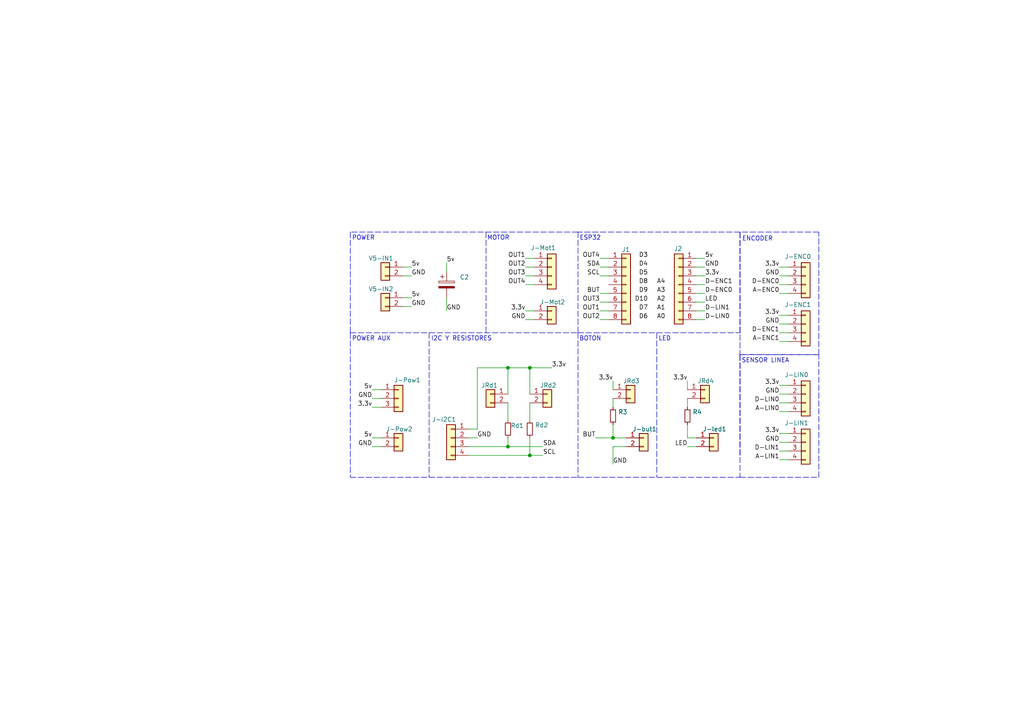
<source format=kicad_sch>
(kicad_sch
	(version 20250114)
	(generator "eeschema")
	(generator_version "9.0")
	(uuid "f3aec939-efe5-448a-a6b0-f9d9d728ddad")
	(paper "A4")
	(lib_symbols
		(symbol "Connector_Generic:Conn_01x02"
			(pin_names
				(offset 1.016)
				(hide yes)
			)
			(exclude_from_sim no)
			(in_bom yes)
			(on_board yes)
			(property "Reference" "J"
				(at 0 2.54 0)
				(effects
					(font
						(size 1.27 1.27)
					)
				)
			)
			(property "Value" "Conn_01x02"
				(at 0 -5.08 0)
				(effects
					(font
						(size 1.27 1.27)
					)
				)
			)
			(property "Footprint" ""
				(at 0 0 0)
				(effects
					(font
						(size 1.27 1.27)
					)
					(hide yes)
				)
			)
			(property "Datasheet" "~"
				(at 0 0 0)
				(effects
					(font
						(size 1.27 1.27)
					)
					(hide yes)
				)
			)
			(property "Description" "Generic connector, single row, 01x02, script generated (kicad-library-utils/schlib/autogen/connector/)"
				(at 0 0 0)
				(effects
					(font
						(size 1.27 1.27)
					)
					(hide yes)
				)
			)
			(property "ki_keywords" "connector"
				(at 0 0 0)
				(effects
					(font
						(size 1.27 1.27)
					)
					(hide yes)
				)
			)
			(property "ki_fp_filters" "Connector*:*_1x??_*"
				(at 0 0 0)
				(effects
					(font
						(size 1.27 1.27)
					)
					(hide yes)
				)
			)
			(symbol "Conn_01x02_1_1"
				(rectangle
					(start -1.27 1.27)
					(end 1.27 -3.81)
					(stroke
						(width 0.254)
						(type default)
					)
					(fill
						(type background)
					)
				)
				(rectangle
					(start -1.27 0.127)
					(end 0 -0.127)
					(stroke
						(width 0.1524)
						(type default)
					)
					(fill
						(type none)
					)
				)
				(rectangle
					(start -1.27 -2.413)
					(end 0 -2.667)
					(stroke
						(width 0.1524)
						(type default)
					)
					(fill
						(type none)
					)
				)
				(pin passive line
					(at -5.08 0 0)
					(length 3.81)
					(name "Pin_1"
						(effects
							(font
								(size 1.27 1.27)
							)
						)
					)
					(number "1"
						(effects
							(font
								(size 1.27 1.27)
							)
						)
					)
				)
				(pin passive line
					(at -5.08 -2.54 0)
					(length 3.81)
					(name "Pin_2"
						(effects
							(font
								(size 1.27 1.27)
							)
						)
					)
					(number "2"
						(effects
							(font
								(size 1.27 1.27)
							)
						)
					)
				)
			)
			(embedded_fonts no)
		)
		(symbol "Connector_Generic:Conn_01x03"
			(pin_names
				(offset 1.016)
				(hide yes)
			)
			(exclude_from_sim no)
			(in_bom yes)
			(on_board yes)
			(property "Reference" "J"
				(at 0 5.08 0)
				(effects
					(font
						(size 1.27 1.27)
					)
				)
			)
			(property "Value" "Conn_01x03"
				(at 0 -5.08 0)
				(effects
					(font
						(size 1.27 1.27)
					)
				)
			)
			(property "Footprint" ""
				(at 0 0 0)
				(effects
					(font
						(size 1.27 1.27)
					)
					(hide yes)
				)
			)
			(property "Datasheet" "~"
				(at 0 0 0)
				(effects
					(font
						(size 1.27 1.27)
					)
					(hide yes)
				)
			)
			(property "Description" "Generic connector, single row, 01x03, script generated (kicad-library-utils/schlib/autogen/connector/)"
				(at 0 0 0)
				(effects
					(font
						(size 1.27 1.27)
					)
					(hide yes)
				)
			)
			(property "ki_keywords" "connector"
				(at 0 0 0)
				(effects
					(font
						(size 1.27 1.27)
					)
					(hide yes)
				)
			)
			(property "ki_fp_filters" "Connector*:*_1x??_*"
				(at 0 0 0)
				(effects
					(font
						(size 1.27 1.27)
					)
					(hide yes)
				)
			)
			(symbol "Conn_01x03_1_1"
				(rectangle
					(start -1.27 3.81)
					(end 1.27 -3.81)
					(stroke
						(width 0.254)
						(type default)
					)
					(fill
						(type background)
					)
				)
				(rectangle
					(start -1.27 2.667)
					(end 0 2.413)
					(stroke
						(width 0.1524)
						(type default)
					)
					(fill
						(type none)
					)
				)
				(rectangle
					(start -1.27 0.127)
					(end 0 -0.127)
					(stroke
						(width 0.1524)
						(type default)
					)
					(fill
						(type none)
					)
				)
				(rectangle
					(start -1.27 -2.413)
					(end 0 -2.667)
					(stroke
						(width 0.1524)
						(type default)
					)
					(fill
						(type none)
					)
				)
				(pin passive line
					(at -5.08 2.54 0)
					(length 3.81)
					(name "Pin_1"
						(effects
							(font
								(size 1.27 1.27)
							)
						)
					)
					(number "1"
						(effects
							(font
								(size 1.27 1.27)
							)
						)
					)
				)
				(pin passive line
					(at -5.08 0 0)
					(length 3.81)
					(name "Pin_2"
						(effects
							(font
								(size 1.27 1.27)
							)
						)
					)
					(number "2"
						(effects
							(font
								(size 1.27 1.27)
							)
						)
					)
				)
				(pin passive line
					(at -5.08 -2.54 0)
					(length 3.81)
					(name "Pin_3"
						(effects
							(font
								(size 1.27 1.27)
							)
						)
					)
					(number "3"
						(effects
							(font
								(size 1.27 1.27)
							)
						)
					)
				)
			)
			(embedded_fonts no)
		)
		(symbol "Connector_Generic:Conn_01x04"
			(pin_names
				(offset 1.016)
				(hide yes)
			)
			(exclude_from_sim no)
			(in_bom yes)
			(on_board yes)
			(property "Reference" "J"
				(at 0 5.08 0)
				(effects
					(font
						(size 1.27 1.27)
					)
				)
			)
			(property "Value" "Conn_01x04"
				(at 0 -7.62 0)
				(effects
					(font
						(size 1.27 1.27)
					)
				)
			)
			(property "Footprint" ""
				(at 0 0 0)
				(effects
					(font
						(size 1.27 1.27)
					)
					(hide yes)
				)
			)
			(property "Datasheet" "~"
				(at 0 0 0)
				(effects
					(font
						(size 1.27 1.27)
					)
					(hide yes)
				)
			)
			(property "Description" "Generic connector, single row, 01x04, script generated (kicad-library-utils/schlib/autogen/connector/)"
				(at 0 0 0)
				(effects
					(font
						(size 1.27 1.27)
					)
					(hide yes)
				)
			)
			(property "ki_keywords" "connector"
				(at 0 0 0)
				(effects
					(font
						(size 1.27 1.27)
					)
					(hide yes)
				)
			)
			(property "ki_fp_filters" "Connector*:*_1x??_*"
				(at 0 0 0)
				(effects
					(font
						(size 1.27 1.27)
					)
					(hide yes)
				)
			)
			(symbol "Conn_01x04_1_1"
				(rectangle
					(start -1.27 3.81)
					(end 1.27 -6.35)
					(stroke
						(width 0.254)
						(type default)
					)
					(fill
						(type background)
					)
				)
				(rectangle
					(start -1.27 2.667)
					(end 0 2.413)
					(stroke
						(width 0.1524)
						(type default)
					)
					(fill
						(type none)
					)
				)
				(rectangle
					(start -1.27 0.127)
					(end 0 -0.127)
					(stroke
						(width 0.1524)
						(type default)
					)
					(fill
						(type none)
					)
				)
				(rectangle
					(start -1.27 -2.413)
					(end 0 -2.667)
					(stroke
						(width 0.1524)
						(type default)
					)
					(fill
						(type none)
					)
				)
				(rectangle
					(start -1.27 -4.953)
					(end 0 -5.207)
					(stroke
						(width 0.1524)
						(type default)
					)
					(fill
						(type none)
					)
				)
				(pin passive line
					(at -5.08 2.54 0)
					(length 3.81)
					(name "Pin_1"
						(effects
							(font
								(size 1.27 1.27)
							)
						)
					)
					(number "1"
						(effects
							(font
								(size 1.27 1.27)
							)
						)
					)
				)
				(pin passive line
					(at -5.08 0 0)
					(length 3.81)
					(name "Pin_2"
						(effects
							(font
								(size 1.27 1.27)
							)
						)
					)
					(number "2"
						(effects
							(font
								(size 1.27 1.27)
							)
						)
					)
				)
				(pin passive line
					(at -5.08 -2.54 0)
					(length 3.81)
					(name "Pin_3"
						(effects
							(font
								(size 1.27 1.27)
							)
						)
					)
					(number "3"
						(effects
							(font
								(size 1.27 1.27)
							)
						)
					)
				)
				(pin passive line
					(at -5.08 -5.08 0)
					(length 3.81)
					(name "Pin_4"
						(effects
							(font
								(size 1.27 1.27)
							)
						)
					)
					(number "4"
						(effects
							(font
								(size 1.27 1.27)
							)
						)
					)
				)
			)
			(embedded_fonts no)
		)
		(symbol "Connector_Generic:Conn_01x08"
			(pin_names
				(offset 1.016)
				(hide yes)
			)
			(exclude_from_sim no)
			(in_bom yes)
			(on_board yes)
			(property "Reference" "J"
				(at 0 10.16 0)
				(effects
					(font
						(size 1.27 1.27)
					)
				)
			)
			(property "Value" "Conn_01x08"
				(at 0 -12.7 0)
				(effects
					(font
						(size 1.27 1.27)
					)
				)
			)
			(property "Footprint" ""
				(at 0 0 0)
				(effects
					(font
						(size 1.27 1.27)
					)
					(hide yes)
				)
			)
			(property "Datasheet" "~"
				(at 0 0 0)
				(effects
					(font
						(size 1.27 1.27)
					)
					(hide yes)
				)
			)
			(property "Description" "Generic connector, single row, 01x08, script generated (kicad-library-utils/schlib/autogen/connector/)"
				(at 0 0 0)
				(effects
					(font
						(size 1.27 1.27)
					)
					(hide yes)
				)
			)
			(property "ki_keywords" "connector"
				(at 0 0 0)
				(effects
					(font
						(size 1.27 1.27)
					)
					(hide yes)
				)
			)
			(property "ki_fp_filters" "Connector*:*_1x??_*"
				(at 0 0 0)
				(effects
					(font
						(size 1.27 1.27)
					)
					(hide yes)
				)
			)
			(symbol "Conn_01x08_1_1"
				(rectangle
					(start -1.27 8.89)
					(end 1.27 -11.43)
					(stroke
						(width 0.254)
						(type default)
					)
					(fill
						(type background)
					)
				)
				(rectangle
					(start -1.27 7.747)
					(end 0 7.493)
					(stroke
						(width 0.1524)
						(type default)
					)
					(fill
						(type none)
					)
				)
				(rectangle
					(start -1.27 5.207)
					(end 0 4.953)
					(stroke
						(width 0.1524)
						(type default)
					)
					(fill
						(type none)
					)
				)
				(rectangle
					(start -1.27 2.667)
					(end 0 2.413)
					(stroke
						(width 0.1524)
						(type default)
					)
					(fill
						(type none)
					)
				)
				(rectangle
					(start -1.27 0.127)
					(end 0 -0.127)
					(stroke
						(width 0.1524)
						(type default)
					)
					(fill
						(type none)
					)
				)
				(rectangle
					(start -1.27 -2.413)
					(end 0 -2.667)
					(stroke
						(width 0.1524)
						(type default)
					)
					(fill
						(type none)
					)
				)
				(rectangle
					(start -1.27 -4.953)
					(end 0 -5.207)
					(stroke
						(width 0.1524)
						(type default)
					)
					(fill
						(type none)
					)
				)
				(rectangle
					(start -1.27 -7.493)
					(end 0 -7.747)
					(stroke
						(width 0.1524)
						(type default)
					)
					(fill
						(type none)
					)
				)
				(rectangle
					(start -1.27 -10.033)
					(end 0 -10.287)
					(stroke
						(width 0.1524)
						(type default)
					)
					(fill
						(type none)
					)
				)
				(pin passive line
					(at -5.08 7.62 0)
					(length 3.81)
					(name "Pin_1"
						(effects
							(font
								(size 1.27 1.27)
							)
						)
					)
					(number "1"
						(effects
							(font
								(size 1.27 1.27)
							)
						)
					)
				)
				(pin passive line
					(at -5.08 5.08 0)
					(length 3.81)
					(name "Pin_2"
						(effects
							(font
								(size 1.27 1.27)
							)
						)
					)
					(number "2"
						(effects
							(font
								(size 1.27 1.27)
							)
						)
					)
				)
				(pin passive line
					(at -5.08 2.54 0)
					(length 3.81)
					(name "Pin_3"
						(effects
							(font
								(size 1.27 1.27)
							)
						)
					)
					(number "3"
						(effects
							(font
								(size 1.27 1.27)
							)
						)
					)
				)
				(pin passive line
					(at -5.08 0 0)
					(length 3.81)
					(name "Pin_4"
						(effects
							(font
								(size 1.27 1.27)
							)
						)
					)
					(number "4"
						(effects
							(font
								(size 1.27 1.27)
							)
						)
					)
				)
				(pin passive line
					(at -5.08 -2.54 0)
					(length 3.81)
					(name "Pin_5"
						(effects
							(font
								(size 1.27 1.27)
							)
						)
					)
					(number "5"
						(effects
							(font
								(size 1.27 1.27)
							)
						)
					)
				)
				(pin passive line
					(at -5.08 -5.08 0)
					(length 3.81)
					(name "Pin_6"
						(effects
							(font
								(size 1.27 1.27)
							)
						)
					)
					(number "6"
						(effects
							(font
								(size 1.27 1.27)
							)
						)
					)
				)
				(pin passive line
					(at -5.08 -7.62 0)
					(length 3.81)
					(name "Pin_7"
						(effects
							(font
								(size 1.27 1.27)
							)
						)
					)
					(number "7"
						(effects
							(font
								(size 1.27 1.27)
							)
						)
					)
				)
				(pin passive line
					(at -5.08 -10.16 0)
					(length 3.81)
					(name "Pin_8"
						(effects
							(font
								(size 1.27 1.27)
							)
						)
					)
					(number "8"
						(effects
							(font
								(size 1.27 1.27)
							)
						)
					)
				)
			)
			(embedded_fonts no)
		)
		(symbol "Device:C_Polarized"
			(pin_numbers
				(hide yes)
			)
			(pin_names
				(offset 0.254)
			)
			(exclude_from_sim no)
			(in_bom yes)
			(on_board yes)
			(property "Reference" "C"
				(at 0.635 2.54 0)
				(effects
					(font
						(size 1.27 1.27)
					)
					(justify left)
				)
			)
			(property "Value" "C_Polarized"
				(at 0.635 -2.54 0)
				(effects
					(font
						(size 1.27 1.27)
					)
					(justify left)
				)
			)
			(property "Footprint" ""
				(at 0.9652 -3.81 0)
				(effects
					(font
						(size 1.27 1.27)
					)
					(hide yes)
				)
			)
			(property "Datasheet" "~"
				(at 0 0 0)
				(effects
					(font
						(size 1.27 1.27)
					)
					(hide yes)
				)
			)
			(property "Description" "Polarized capacitor"
				(at 0 0 0)
				(effects
					(font
						(size 1.27 1.27)
					)
					(hide yes)
				)
			)
			(property "ki_keywords" "cap capacitor"
				(at 0 0 0)
				(effects
					(font
						(size 1.27 1.27)
					)
					(hide yes)
				)
			)
			(property "ki_fp_filters" "CP_*"
				(at 0 0 0)
				(effects
					(font
						(size 1.27 1.27)
					)
					(hide yes)
				)
			)
			(symbol "C_Polarized_0_1"
				(rectangle
					(start -2.286 0.508)
					(end 2.286 1.016)
					(stroke
						(width 0)
						(type default)
					)
					(fill
						(type none)
					)
				)
				(polyline
					(pts
						(xy -1.778 2.286) (xy -0.762 2.286)
					)
					(stroke
						(width 0)
						(type default)
					)
					(fill
						(type none)
					)
				)
				(polyline
					(pts
						(xy -1.27 2.794) (xy -1.27 1.778)
					)
					(stroke
						(width 0)
						(type default)
					)
					(fill
						(type none)
					)
				)
				(rectangle
					(start 2.286 -0.508)
					(end -2.286 -1.016)
					(stroke
						(width 0)
						(type default)
					)
					(fill
						(type outline)
					)
				)
			)
			(symbol "C_Polarized_1_1"
				(pin passive line
					(at 0 3.81 270)
					(length 2.794)
					(name "~"
						(effects
							(font
								(size 1.27 1.27)
							)
						)
					)
					(number "1"
						(effects
							(font
								(size 1.27 1.27)
							)
						)
					)
				)
				(pin passive line
					(at 0 -3.81 90)
					(length 2.794)
					(name "~"
						(effects
							(font
								(size 1.27 1.27)
							)
						)
					)
					(number "2"
						(effects
							(font
								(size 1.27 1.27)
							)
						)
					)
				)
			)
			(embedded_fonts no)
		)
		(symbol "Device:R_Small"
			(pin_numbers
				(hide yes)
			)
			(pin_names
				(offset 0.254)
				(hide yes)
			)
			(exclude_from_sim no)
			(in_bom yes)
			(on_board yes)
			(property "Reference" "R"
				(at 0.762 0.508 0)
				(effects
					(font
						(size 1.27 1.27)
					)
					(justify left)
				)
			)
			(property "Value" "R_Small"
				(at 0.762 -1.016 0)
				(effects
					(font
						(size 1.27 1.27)
					)
					(justify left)
				)
			)
			(property "Footprint" ""
				(at 0 0 0)
				(effects
					(font
						(size 1.27 1.27)
					)
					(hide yes)
				)
			)
			(property "Datasheet" "~"
				(at 0 0 0)
				(effects
					(font
						(size 1.27 1.27)
					)
					(hide yes)
				)
			)
			(property "Description" "Resistor, small symbol"
				(at 0 0 0)
				(effects
					(font
						(size 1.27 1.27)
					)
					(hide yes)
				)
			)
			(property "ki_keywords" "R resistor"
				(at 0 0 0)
				(effects
					(font
						(size 1.27 1.27)
					)
					(hide yes)
				)
			)
			(property "ki_fp_filters" "R_*"
				(at 0 0 0)
				(effects
					(font
						(size 1.27 1.27)
					)
					(hide yes)
				)
			)
			(symbol "R_Small_0_1"
				(rectangle
					(start -0.762 1.778)
					(end 0.762 -1.778)
					(stroke
						(width 0.2032)
						(type default)
					)
					(fill
						(type none)
					)
				)
			)
			(symbol "R_Small_1_1"
				(pin passive line
					(at 0 2.54 270)
					(length 0.762)
					(name "~"
						(effects
							(font
								(size 1.27 1.27)
							)
						)
					)
					(number "1"
						(effects
							(font
								(size 1.27 1.27)
							)
						)
					)
				)
				(pin passive line
					(at 0 -2.54 90)
					(length 0.762)
					(name "~"
						(effects
							(font
								(size 1.27 1.27)
							)
						)
					)
					(number "2"
						(effects
							(font
								(size 1.27 1.27)
							)
						)
					)
				)
			)
			(embedded_fonts no)
		)
	)
	(text "POWER\n"
		(exclude_from_sim no)
		(at 105.41 69.088 0)
		(effects
			(font
				(size 1.27 1.27)
			)
		)
		(uuid "198a892d-e7db-48a1-882c-0abff3c59c64")
	)
	(text "LED"
		(exclude_from_sim no)
		(at 192.786 98.298 0)
		(effects
			(font
				(size 1.27 1.27)
			)
		)
		(uuid "210b999e-56c6-43f7-af56-009ef0fe8435")
	)
	(text "ESP32\n"
		(exclude_from_sim no)
		(at 171.196 69.088 0)
		(effects
			(font
				(size 1.27 1.27)
			)
		)
		(uuid "85980ae2-1d6b-44ba-8518-b71efd00fcf7")
	)
	(text "I2C Y RESISTORES\n"
		(exclude_from_sim no)
		(at 133.858 98.298 0)
		(effects
			(font
				(size 1.27 1.27)
			)
		)
		(uuid "888f5c3f-efb8-4dbf-960a-dd9214fa6901")
	)
	(text "SENSOR LINEA"
		(exclude_from_sim no)
		(at 221.996 104.648 0)
		(effects
			(font
				(size 1.27 1.27)
			)
		)
		(uuid "897fa6a5-73b3-4b15-984f-7df4f4caf2d6")
	)
	(text "BOTON\n"
		(exclude_from_sim no)
		(at 171.196 98.298 0)
		(effects
			(font
				(size 1.27 1.27)
			)
		)
		(uuid "9a36defa-2258-481f-bc45-982810c6b75d")
	)
	(text "POWER AUX"
		(exclude_from_sim no)
		(at 107.696 98.298 0)
		(effects
			(font
				(size 1.27 1.27)
			)
		)
		(uuid "9c119ef9-6f9c-4c69-bc0d-d4d30b5e4f03")
	)
	(text "ENCODER\n"
		(exclude_from_sim no)
		(at 219.71 69.342 0)
		(effects
			(font
				(size 1.27 1.27)
			)
		)
		(uuid "b243b9da-8265-4d26-a39d-f6411130db73")
	)
	(text "MOTOR"
		(exclude_from_sim no)
		(at 144.526 69.088 0)
		(effects
			(font
				(size 1.27 1.27)
			)
		)
		(uuid "d8ea5ac6-05b8-437f-ba19-d5ebe5d28706")
	)
	(junction
		(at 147.32 129.54)
		(diameter 0)
		(color 0 0 0 0)
		(uuid "2cfcd78e-7586-4036-950d-832ee33ac309")
	)
	(junction
		(at 147.32 106.68)
		(diameter 0)
		(color 0 0 0 0)
		(uuid "34c1f3a1-ef6a-4d89-bb08-b2b1a25954b1")
	)
	(junction
		(at 177.8 127)
		(diameter 0)
		(color 0 0 0 0)
		(uuid "a50c5c0a-9ec9-4a50-8885-0584033b4f2a")
	)
	(junction
		(at 153.67 106.68)
		(diameter 0)
		(color 0 0 0 0)
		(uuid "a593d796-0b30-42b4-b635-08143b6463b6")
	)
	(junction
		(at 153.67 132.08)
		(diameter 0)
		(color 0 0 0 0)
		(uuid "d8e7278d-06e1-456f-b086-1814d2a41b45")
	)
	(wire
		(pts
			(xy 228.6 111.76) (xy 226.06 111.76)
		)
		(stroke
			(width 0)
			(type default)
		)
		(uuid "022d3ccf-df28-42d0-823e-95e5cca504c4")
	)
	(polyline
		(pts
			(xy 214.63 132.08) (xy 214.63 102.87)
		)
		(stroke
			(width 0)
			(type dash)
		)
		(uuid "04824801-3540-408e-8012-8a7b7bafbbd2")
	)
	(wire
		(pts
			(xy 135.89 124.46) (xy 138.43 124.46)
		)
		(stroke
			(width 0)
			(type default)
		)
		(uuid "04f96483-5150-4e97-9864-bc698f453ba7")
	)
	(wire
		(pts
			(xy 147.32 106.68) (xy 147.32 114.3)
		)
		(stroke
			(width 0)
			(type default)
		)
		(uuid "05313c73-bbcf-43de-aade-b951f6b24a80")
	)
	(wire
		(pts
			(xy 152.4 92.71) (xy 154.94 92.71)
		)
		(stroke
			(width 0)
			(type default)
		)
		(uuid "075e9d54-3edd-493a-81fc-deb99b110ea8")
	)
	(wire
		(pts
			(xy 116.84 80.01) (xy 119.38 80.01)
		)
		(stroke
			(width 0)
			(type default)
		)
		(uuid "084dc622-16ff-498a-bfa5-0b3f63966444")
	)
	(polyline
		(pts
			(xy 167.64 67.31) (xy 101.6 67.31)
		)
		(stroke
			(width 0)
			(type dash)
		)
		(uuid "1431f034-17cf-4f85-be69-33eab7a66bf9")
	)
	(polyline
		(pts
			(xy 101.6 67.31) (xy 101.6 96.52)
		)
		(stroke
			(width 0)
			(type dash)
		)
		(uuid "1992e625-d811-4930-8cf1-236609d5f298")
	)
	(wire
		(pts
			(xy 110.49 129.54) (xy 107.95 129.54)
		)
		(stroke
			(width 0)
			(type default)
		)
		(uuid "1a1eb173-2a3c-4a67-8e7b-6acc9e743b2a")
	)
	(wire
		(pts
			(xy 204.47 87.63) (xy 201.93 87.63)
		)
		(stroke
			(width 0)
			(type default)
		)
		(uuid "1c267fbb-4586-4be3-876a-720c6f4153f7")
	)
	(wire
		(pts
			(xy 173.99 92.71) (xy 176.53 92.71)
		)
		(stroke
			(width 0)
			(type default)
		)
		(uuid "1d0fe0f1-b169-4f9b-bc27-d92a76beabbf")
	)
	(wire
		(pts
			(xy 173.99 90.17) (xy 176.53 90.17)
		)
		(stroke
			(width 0)
			(type default)
		)
		(uuid "1d3cd9ed-5358-4777-a5f2-6d75b5d19245")
	)
	(polyline
		(pts
			(xy 214.63 96.52) (xy 214.63 67.31)
		)
		(stroke
			(width 0)
			(type dash)
		)
		(uuid "249fc0fc-cb0c-4f21-9da2-a72e3f8ae570")
	)
	(polyline
		(pts
			(xy 190.5 96.52) (xy 190.5 138.43)
		)
		(stroke
			(width 0)
			(type dash)
		)
		(uuid "259aae8c-ddfa-4b1d-a8cb-27bc1bd33bed")
	)
	(wire
		(pts
			(xy 153.67 132.08) (xy 157.48 132.08)
		)
		(stroke
			(width 0)
			(type default)
		)
		(uuid "2865277e-ddb7-4be5-9f9b-6675dd0edd7f")
	)
	(wire
		(pts
			(xy 110.49 113.03) (xy 107.95 113.03)
		)
		(stroke
			(width 0)
			(type default)
		)
		(uuid "2a7740ba-2107-4beb-8af6-0bcd1ff9eb48")
	)
	(polyline
		(pts
			(xy 214.63 102.87) (xy 237.49 102.87)
		)
		(stroke
			(width 0)
			(type dash)
		)
		(uuid "2d95d9b2-9554-43d8-b1e9-5427eafec8c4")
	)
	(wire
		(pts
			(xy 173.99 77.47) (xy 176.53 77.47)
		)
		(stroke
			(width 0)
			(type default)
		)
		(uuid "2dace7cf-b62f-489f-9ace-24148757cc63")
	)
	(wire
		(pts
			(xy 181.61 129.54) (xy 177.8 129.54)
		)
		(stroke
			(width 0)
			(type default)
		)
		(uuid "2f3e75b2-ddf5-4461-a14a-2ae3b8648108")
	)
	(wire
		(pts
			(xy 152.4 82.55) (xy 154.94 82.55)
		)
		(stroke
			(width 0)
			(type default)
		)
		(uuid "2f9ed4a5-79aa-458a-8275-aef930106300")
	)
	(polyline
		(pts
			(xy 167.64 96.52) (xy 167.64 138.43)
		)
		(stroke
			(width 0)
			(type dash)
		)
		(uuid "3163bb45-29e0-4e68-9264-1dc3b183bee2")
	)
	(wire
		(pts
			(xy 135.89 129.54) (xy 147.32 129.54)
		)
		(stroke
			(width 0)
			(type default)
		)
		(uuid "32987657-dcca-4d54-a04c-e8ea9337fbe8")
	)
	(wire
		(pts
			(xy 135.89 127) (xy 138.43 127)
		)
		(stroke
			(width 0)
			(type default)
		)
		(uuid "34829958-b3b3-48b7-bb74-8bf55453964f")
	)
	(wire
		(pts
			(xy 228.6 77.47) (xy 226.06 77.47)
		)
		(stroke
			(width 0)
			(type default)
		)
		(uuid "34ab2018-2e62-4520-8b9e-bc762eab45ec")
	)
	(polyline
		(pts
			(xy 167.64 138.43) (xy 214.63 138.43)
		)
		(stroke
			(width 0)
			(type dash)
		)
		(uuid "36bc8a80-04c9-4a9b-a37f-5234c8bb138c")
	)
	(polyline
		(pts
			(xy 237.49 102.87) (xy 237.49 67.31)
		)
		(stroke
			(width 0)
			(type dash)
		)
		(uuid "37eebfe4-5b0c-49bc-83b9-0ee0722e57de")
	)
	(wire
		(pts
			(xy 204.47 90.17) (xy 201.93 90.17)
		)
		(stroke
			(width 0)
			(type default)
		)
		(uuid "4372ba3c-cc3d-4862-ba97-7a02c266ef83")
	)
	(wire
		(pts
			(xy 152.4 80.01) (xy 154.94 80.01)
		)
		(stroke
			(width 0)
			(type default)
		)
		(uuid "4d8ab724-49b0-4787-9ad4-2885e311f4a7")
	)
	(polyline
		(pts
			(xy 237.49 138.43) (xy 237.49 102.87)
		)
		(stroke
			(width 0)
			(type dash)
		)
		(uuid "50b47e7c-dd36-4821-b613-a05df354d613")
	)
	(wire
		(pts
			(xy 173.99 87.63) (xy 176.53 87.63)
		)
		(stroke
			(width 0)
			(type default)
		)
		(uuid "513b7fd4-60dc-407c-8841-39ff5023effa")
	)
	(wire
		(pts
			(xy 226.06 114.3) (xy 228.6 114.3)
		)
		(stroke
			(width 0)
			(type default)
		)
		(uuid "528f38ec-39a5-46c0-8483-f0404f24f6f5")
	)
	(wire
		(pts
			(xy 173.99 80.01) (xy 176.53 80.01)
		)
		(stroke
			(width 0)
			(type default)
		)
		(uuid "52cb80bc-0a2a-45ed-9b1f-da89ff5e2b40")
	)
	(polyline
		(pts
			(xy 214.63 67.31) (xy 167.64 67.31)
		)
		(stroke
			(width 0)
			(type dash)
		)
		(uuid "54f41780-cafc-4413-8ee6-c5443a50dd07")
	)
	(wire
		(pts
			(xy 119.38 77.47) (xy 116.84 77.47)
		)
		(stroke
			(width 0)
			(type default)
		)
		(uuid "590fa4b3-f857-4da6-91f7-dad9593a8591")
	)
	(wire
		(pts
			(xy 152.4 77.47) (xy 154.94 77.47)
		)
		(stroke
			(width 0)
			(type default)
		)
		(uuid "5d586963-bbe4-4381-955a-f5e226aab7a3")
	)
	(wire
		(pts
			(xy 226.06 99.06) (xy 228.6 99.06)
		)
		(stroke
			(width 0)
			(type default)
		)
		(uuid "5e2fe9e6-8ae8-4cba-b0d5-9669b3e7e1b5")
	)
	(wire
		(pts
			(xy 119.38 86.36) (xy 116.84 86.36)
		)
		(stroke
			(width 0)
			(type default)
		)
		(uuid "61723053-d90d-47e7-a4a8-213588161513")
	)
	(polyline
		(pts
			(xy 124.46 96.52) (xy 124.46 138.43)
		)
		(stroke
			(width 0)
			(type dash)
		)
		(uuid "634a1331-1ba8-4526-a87d-e7c9edf5e528")
	)
	(wire
		(pts
			(xy 228.6 125.73) (xy 226.06 125.73)
		)
		(stroke
			(width 0)
			(type default)
		)
		(uuid "65705dc0-62a7-46ec-957b-78828a16fddf")
	)
	(polyline
		(pts
			(xy 214.63 138.43) (xy 237.49 138.43)
		)
		(stroke
			(width 0)
			(type dash)
		)
		(uuid "6dca5c17-a1f9-4a31-8239-4f4955382ed4")
	)
	(wire
		(pts
			(xy 199.39 129.54) (xy 201.93 129.54)
		)
		(stroke
			(width 0)
			(type default)
		)
		(uuid "73a7971d-3304-4cf5-b938-f160227bcefd")
	)
	(wire
		(pts
			(xy 129.54 90.17) (xy 129.54 86.36)
		)
		(stroke
			(width 0)
			(type default)
		)
		(uuid "767bd4bc-9c33-447e-9739-b3e33a3ac102")
	)
	(wire
		(pts
			(xy 172.72 127) (xy 177.8 127)
		)
		(stroke
			(width 0)
			(type default)
		)
		(uuid "7a6b8619-10eb-4b3b-ba04-89230f5b4a58")
	)
	(wire
		(pts
			(xy 177.8 129.54) (xy 177.8 134.62)
		)
		(stroke
			(width 0)
			(type default)
		)
		(uuid "7ad1e19f-d0b5-4afb-b4fe-04097e956f84")
	)
	(wire
		(pts
			(xy 116.84 88.9) (xy 119.38 88.9)
		)
		(stroke
			(width 0)
			(type default)
		)
		(uuid "7b49e36e-9c5d-41da-8189-d655ba66caa0")
	)
	(wire
		(pts
			(xy 226.06 116.84) (xy 228.6 116.84)
		)
		(stroke
			(width 0)
			(type default)
		)
		(uuid "875b7cc3-e98d-4f4d-beff-c196e5cad795")
	)
	(wire
		(pts
			(xy 204.47 80.01) (xy 201.93 80.01)
		)
		(stroke
			(width 0)
			(type default)
		)
		(uuid "8c7944e1-7413-4b5a-9b9a-fc67b0281683")
	)
	(wire
		(pts
			(xy 226.06 93.98) (xy 228.6 93.98)
		)
		(stroke
			(width 0)
			(type default)
		)
		(uuid "9293b913-97f4-4922-8ab1-110d5a97a26a")
	)
	(wire
		(pts
			(xy 138.43 106.68) (xy 147.32 106.68)
		)
		(stroke
			(width 0)
			(type default)
		)
		(uuid "95b64251-c25b-4c76-b336-92cfd90a924b")
	)
	(wire
		(pts
			(xy 110.49 118.11) (xy 107.95 118.11)
		)
		(stroke
			(width 0)
			(type default)
		)
		(uuid "96eb8ed0-78e8-4dcf-bc65-34fae36f44d2")
	)
	(polyline
		(pts
			(xy 237.49 67.31) (xy 214.63 67.31)
		)
		(stroke
			(width 0)
			(type dash)
		)
		(uuid "975431cd-3594-46a6-9fcf-8cb2a919a174")
	)
	(wire
		(pts
			(xy 204.47 74.93) (xy 201.93 74.93)
		)
		(stroke
			(width 0)
			(type default)
		)
		(uuid "97fda490-c381-4540-a3d0-39e8e60f0fbc")
	)
	(wire
		(pts
			(xy 110.49 127) (xy 107.95 127)
		)
		(stroke
			(width 0)
			(type default)
		)
		(uuid "99e46bd0-2b8e-463e-a2c2-d34ec49cae93")
	)
	(wire
		(pts
			(xy 153.67 127) (xy 153.67 132.08)
		)
		(stroke
			(width 0)
			(type default)
		)
		(uuid "9ea52ff8-d622-44bd-a3e2-375730959ba4")
	)
	(polyline
		(pts
			(xy 140.97 67.31) (xy 140.97 96.52)
		)
		(stroke
			(width 0)
			(type dash)
		)
		(uuid "a0a1e94a-eeaf-4b80-8c00-d47c6bbc9eb6")
	)
	(wire
		(pts
			(xy 204.47 77.47) (xy 201.93 77.47)
		)
		(stroke
			(width 0)
			(type default)
		)
		(uuid "a21512c5-7682-41da-bf93-cf02bfdacb25")
	)
	(wire
		(pts
			(xy 226.06 133.35) (xy 228.6 133.35)
		)
		(stroke
			(width 0)
			(type default)
		)
		(uuid "a6251a62-f661-41ab-bf10-be469222f8f2")
	)
	(wire
		(pts
			(xy 160.02 106.68) (xy 153.67 106.68)
		)
		(stroke
			(width 0)
			(type default)
		)
		(uuid "a64e4ffb-8b1f-41c4-967a-efe01c19f44a")
	)
	(wire
		(pts
			(xy 204.47 85.09) (xy 201.93 85.09)
		)
		(stroke
			(width 0)
			(type default)
		)
		(uuid "aa5d23eb-c4c4-4536-bce6-aff24a840447")
	)
	(polyline
		(pts
			(xy 167.64 67.31) (xy 167.64 96.52)
		)
		(stroke
			(width 0)
			(type dash)
		)
		(uuid "aeb3dcc7-4cd3-4251-a722-37f798b7ea68")
	)
	(wire
		(pts
			(xy 199.39 115.57) (xy 199.39 118.11)
		)
		(stroke
			(width 0)
			(type default)
		)
		(uuid "af0bb75c-e881-4052-935d-e70b80f0cf09")
	)
	(wire
		(pts
			(xy 153.67 116.84) (xy 153.67 121.92)
		)
		(stroke
			(width 0)
			(type default)
		)
		(uuid "b2103ca4-6bde-420a-a1ef-af5e11f8ae73")
	)
	(wire
		(pts
			(xy 226.06 119.38) (xy 228.6 119.38)
		)
		(stroke
			(width 0)
			(type default)
		)
		(uuid "b4bd31fe-a64b-4e65-81d4-182829d454c6")
	)
	(wire
		(pts
			(xy 226.06 128.27) (xy 228.6 128.27)
		)
		(stroke
			(width 0)
			(type default)
		)
		(uuid "b5deb1d5-f05e-44e1-9d2b-f2063b136006")
	)
	(polyline
		(pts
			(xy 237.49 102.87) (xy 214.63 102.87)
		)
		(stroke
			(width 0)
			(type dash)
		)
		(uuid "babeb587-008d-4c88-b5db-11999f990d8c")
	)
	(polyline
		(pts
			(xy 101.6 96.52) (xy 101.6 138.43)
		)
		(stroke
			(width 0)
			(type dash)
		)
		(uuid "bc279aad-7c65-409b-b94d-d2dfcf3f7531")
	)
	(wire
		(pts
			(xy 138.43 106.68) (xy 138.43 124.46)
		)
		(stroke
			(width 0)
			(type default)
		)
		(uuid "bf71fbc5-cd22-4da8-ab35-507bf7289db5")
	)
	(polyline
		(pts
			(xy 101.6 96.52) (xy 167.64 96.52)
		)
		(stroke
			(width 0)
			(type dash)
		)
		(uuid "c208b09f-1ee4-4edc-ab38-df34d4c071e2")
	)
	(wire
		(pts
			(xy 147.32 127) (xy 147.32 129.54)
		)
		(stroke
			(width 0)
			(type default)
		)
		(uuid "c3b96b93-3c0f-4eb9-9ea1-0268d12133cb")
	)
	(wire
		(pts
			(xy 173.99 74.93) (xy 176.53 74.93)
		)
		(stroke
			(width 0)
			(type default)
		)
		(uuid "c7684daf-37fd-42de-b673-f36eab1a854c")
	)
	(wire
		(pts
			(xy 226.06 82.55) (xy 228.6 82.55)
		)
		(stroke
			(width 0)
			(type default)
		)
		(uuid "c868b7d0-a929-4b11-aaa8-38eff037f680")
	)
	(wire
		(pts
			(xy 177.8 113.03) (xy 177.8 110.49)
		)
		(stroke
			(width 0)
			(type default)
		)
		(uuid "cadbcffd-5f5c-4cf8-935a-fdc62a0b908e")
	)
	(wire
		(pts
			(xy 147.32 116.84) (xy 147.32 121.92)
		)
		(stroke
			(width 0)
			(type default)
		)
		(uuid "cb03c04d-f804-45d5-9fea-1bd1e8b6f2b0")
	)
	(wire
		(pts
			(xy 110.49 115.57) (xy 107.95 115.57)
		)
		(stroke
			(width 0)
			(type default)
		)
		(uuid "cba3104d-2742-48b8-b53a-893f00438488")
	)
	(polyline
		(pts
			(xy 214.63 102.87) (xy 214.63 138.43)
		)
		(stroke
			(width 0)
			(type dash)
		)
		(uuid "cedf9b9a-ef3e-4160-91e9-ee0d90705cb4")
	)
	(wire
		(pts
			(xy 199.39 123.19) (xy 199.39 127)
		)
		(stroke
			(width 0)
			(type default)
		)
		(uuid "d0fecbf4-af68-4896-a0f6-7d44248192b7")
	)
	(wire
		(pts
			(xy 152.4 74.93) (xy 154.94 74.93)
		)
		(stroke
			(width 0)
			(type default)
		)
		(uuid "d209ec62-d0e9-444b-b24b-b37d26500774")
	)
	(polyline
		(pts
			(xy 214.63 67.31) (xy 214.63 102.87)
		)
		(stroke
			(width 0)
			(type dash)
		)
		(uuid "d634f581-4a6d-43bc-b1ca-990e0e379368")
	)
	(wire
		(pts
			(xy 226.06 96.52) (xy 228.6 96.52)
		)
		(stroke
			(width 0)
			(type default)
		)
		(uuid "d89a7774-83fd-4cfc-9b88-79e3afd6dce0")
	)
	(wire
		(pts
			(xy 147.32 129.54) (xy 157.48 129.54)
		)
		(stroke
			(width 0)
			(type default)
		)
		(uuid "d91e864f-9691-443b-bd94-c0264e35f119")
	)
	(wire
		(pts
			(xy 226.06 130.81) (xy 228.6 130.81)
		)
		(stroke
			(width 0)
			(type default)
		)
		(uuid "db13bf69-eaf7-44cc-8394-20dc7a50f9aa")
	)
	(wire
		(pts
			(xy 173.99 85.09) (xy 176.53 85.09)
		)
		(stroke
			(width 0)
			(type default)
		)
		(uuid "dfd0e850-eebf-4011-8aef-6b50e4b91d04")
	)
	(wire
		(pts
			(xy 177.8 115.57) (xy 177.8 118.11)
		)
		(stroke
			(width 0)
			(type default)
		)
		(uuid "e146d321-585f-4490-98a2-1f3866e3e517")
	)
	(wire
		(pts
			(xy 204.47 92.71) (xy 201.93 92.71)
		)
		(stroke
			(width 0)
			(type default)
		)
		(uuid "e1a0719d-7bf9-4e3e-8f86-8dde31790a36")
	)
	(wire
		(pts
			(xy 152.4 90.17) (xy 154.94 90.17)
		)
		(stroke
			(width 0)
			(type default)
		)
		(uuid "e4826bca-f019-4412-9c19-a188940578d2")
	)
	(wire
		(pts
			(xy 177.8 127) (xy 181.61 127)
		)
		(stroke
			(width 0)
			(type default)
		)
		(uuid "e4bd5722-920e-4f58-81c0-e93f963033af")
	)
	(wire
		(pts
			(xy 228.6 91.44) (xy 226.06 91.44)
		)
		(stroke
			(width 0)
			(type default)
		)
		(uuid "e7ae333a-478c-488d-b55d-334f7f1f2d82")
	)
	(wire
		(pts
			(xy 129.54 76.2) (xy 129.54 78.74)
		)
		(stroke
			(width 0)
			(type default)
		)
		(uuid "ebea0627-7c69-4d81-b3c3-785a88826891")
	)
	(wire
		(pts
			(xy 226.06 85.09) (xy 228.6 85.09)
		)
		(stroke
			(width 0)
			(type default)
		)
		(uuid "ed0f796f-2514-4fdf-b441-94179975c4f5")
	)
	(polyline
		(pts
			(xy 167.64 96.52) (xy 214.63 96.52)
		)
		(stroke
			(width 0)
			(type dash)
		)
		(uuid "edb59d69-f35c-42ae-869f-1d0f5cd3051a")
	)
	(wire
		(pts
			(xy 153.67 106.68) (xy 147.32 106.68)
		)
		(stroke
			(width 0)
			(type default)
		)
		(uuid "ee36be59-c9cb-4817-8930-cf4678576385")
	)
	(wire
		(pts
			(xy 153.67 106.68) (xy 153.67 114.3)
		)
		(stroke
			(width 0)
			(type default)
		)
		(uuid "f45d7402-ba44-429a-95f8-5dab709cd105")
	)
	(wire
		(pts
			(xy 199.39 127) (xy 201.93 127)
		)
		(stroke
			(width 0)
			(type default)
		)
		(uuid "f594f333-8af5-41bf-94f1-d908d8286cbf")
	)
	(wire
		(pts
			(xy 226.06 80.01) (xy 228.6 80.01)
		)
		(stroke
			(width 0)
			(type default)
		)
		(uuid "f867b36b-5835-4bba-9528-6f28107d74ec")
	)
	(wire
		(pts
			(xy 177.8 123.19) (xy 177.8 127)
		)
		(stroke
			(width 0)
			(type default)
		)
		(uuid "f8f3a379-2a4c-4240-83a4-80bccfe0e489")
	)
	(polyline
		(pts
			(xy 101.6 138.43) (xy 167.64 138.43)
		)
		(stroke
			(width 0)
			(type dash)
		)
		(uuid "fa4dce67-8335-41bf-b218-3c890fc8073d")
	)
	(wire
		(pts
			(xy 199.39 113.03) (xy 199.39 110.49)
		)
		(stroke
			(width 0)
			(type default)
		)
		(uuid "faf7c609-3787-4e82-9e90-254bc2622a3c")
	)
	(wire
		(pts
			(xy 135.89 132.08) (xy 153.67 132.08)
		)
		(stroke
			(width 0)
			(type default)
		)
		(uuid "fe72066d-c82e-484c-9061-41126c4c00b1")
	)
	(wire
		(pts
			(xy 204.47 82.55) (xy 201.93 82.55)
		)
		(stroke
			(width 0)
			(type default)
		)
		(uuid "fe9e4c03-2256-4c22-ae90-f830688f59b0")
	)
	(label "D-LIN0"
		(at 204.47 92.71 0)
		(effects
			(font
				(size 1.27 1.27)
			)
			(justify left bottom)
		)
		(uuid "06780433-7137-49f3-a575-54e29247c5c2")
	)
	(label "5v"
		(at 107.95 113.03 180)
		(effects
			(font
				(size 1.27 1.27)
			)
			(justify right bottom)
		)
		(uuid "082a9f78-1ccc-4ae9-ac5b-194f14e3b223")
	)
	(label "5v"
		(at 119.38 77.47 0)
		(effects
			(font
				(size 1.27 1.27)
			)
			(justify left bottom)
		)
		(uuid "09bef23b-d8f9-4cca-8e74-3827f1b272c5")
	)
	(label "GND"
		(at 119.38 88.9 0)
		(effects
			(font
				(size 1.27 1.27)
			)
			(justify left bottom)
		)
		(uuid "0ad7e280-5754-4893-af78-d8763a90c871")
	)
	(label "SCL"
		(at 157.48 132.08 0)
		(effects
			(font
				(size 1.27 1.27)
			)
			(justify left bottom)
		)
		(uuid "120b6436-2471-4bd2-9a7b-73ea19135930")
	)
	(label "GND"
		(at 226.06 128.27 180)
		(effects
			(font
				(size 1.27 1.27)
			)
			(justify right bottom)
		)
		(uuid "122ee234-20c6-4b29-98a1-966b10a938c9")
	)
	(label "3.3v"
		(at 107.95 118.11 180)
		(effects
			(font
				(size 1.27 1.27)
			)
			(justify right bottom)
		)
		(uuid "16830d87-ab0d-4f1b-ae01-510ff20ce90d")
	)
	(label "GND"
		(at 129.54 90.17 0)
		(effects
			(font
				(size 1.27 1.27)
			)
			(justify left bottom)
		)
		(uuid "1ab222df-0a30-478f-a0b7-cbc815e10547")
	)
	(label "SDA"
		(at 157.48 129.54 0)
		(effects
			(font
				(size 1.27 1.27)
			)
			(justify left bottom)
		)
		(uuid "1cbdccc9-37a4-47a0-b056-f20b0958fec3")
	)
	(label "3.3v"
		(at 160.02 106.68 0)
		(effects
			(font
				(size 1.27 1.27)
			)
			(justify left bottom)
		)
		(uuid "1dd53e54-a164-4061-82e8-a3cdded9b9b4")
	)
	(label "A2"
		(at 190.5 87.63 0)
		(effects
			(font
				(size 1.27 1.27)
			)
			(justify left bottom)
		)
		(uuid "1ebf3b74-e099-4c71-972a-39c1c4765df1")
	)
	(label "A-ENC0"
		(at 226.06 85.09 180)
		(effects
			(font
				(size 1.27 1.27)
			)
			(justify right bottom)
		)
		(uuid "1f13aea8-c084-4aef-886b-ce7a6fb49c0b")
	)
	(label "OUT2"
		(at 152.4 77.47 180)
		(effects
			(font
				(size 1.27 1.27)
			)
			(justify right bottom)
		)
		(uuid "281de380-df40-49d3-82b6-6739fff3f463")
	)
	(label "3.3v"
		(at 177.8 110.49 180)
		(effects
			(font
				(size 1.27 1.27)
			)
			(justify right bottom)
		)
		(uuid "2c91210b-c940-4b65-919c-78843a4d992d")
	)
	(label "D9"
		(at 187.96 85.09 180)
		(effects
			(font
				(size 1.27 1.27)
			)
			(justify right bottom)
		)
		(uuid "2f26eeaf-6f86-4ae8-ac0d-3653e8cda317")
	)
	(label "5v"
		(at 204.47 74.93 0)
		(effects
			(font
				(size 1.27 1.27)
			)
			(justify left bottom)
		)
		(uuid "309849e7-1732-47b1-8997-72a27d824f89")
	)
	(label "D-ENC0"
		(at 204.47 85.09 0)
		(effects
			(font
				(size 1.27 1.27)
			)
			(justify left bottom)
		)
		(uuid "381961b6-f891-4ce1-9083-09ab1914efe5")
	)
	(label "3.3v"
		(at 226.06 125.73 180)
		(effects
			(font
				(size 1.27 1.27)
			)
			(justify right bottom)
		)
		(uuid "427045dd-a4e8-4c03-8306-f71ca465f536")
	)
	(label "3.3v"
		(at 226.06 77.47 180)
		(effects
			(font
				(size 1.27 1.27)
			)
			(justify right bottom)
		)
		(uuid "43c1e9fc-bab8-4fa2-a40e-2b88ac18deef")
	)
	(label "OUT4"
		(at 173.99 74.93 180)
		(effects
			(font
				(size 1.27 1.27)
			)
			(justify right bottom)
		)
		(uuid "4816e879-6851-4436-9648-6b00b9f54b06")
	)
	(label "GND"
		(at 177.8 134.62 0)
		(effects
			(font
				(size 1.27 1.27)
			)
			(justify left bottom)
		)
		(uuid "4b90a492-395f-4998-b07e-56a0a1bab63e")
	)
	(label "OUT3"
		(at 173.99 87.63 180)
		(effects
			(font
				(size 1.27 1.27)
			)
			(justify right bottom)
		)
		(uuid "54b331af-e5a5-47ed-a6c0-154984f09cce")
	)
	(label "SDA"
		(at 173.99 77.47 180)
		(effects
			(font
				(size 1.27 1.27)
			)
			(justify right bottom)
		)
		(uuid "56f3e660-7fbb-4660-9d9e-581c6e318bf0")
	)
	(label "GND"
		(at 204.47 77.47 0)
		(effects
			(font
				(size 1.27 1.27)
			)
			(justify left bottom)
		)
		(uuid "57851b46-bc4a-445a-86d2-b733abc04cf3")
	)
	(label "OUT4"
		(at 152.4 82.55 180)
		(effects
			(font
				(size 1.27 1.27)
			)
			(justify right bottom)
		)
		(uuid "57cf8eed-a782-4d52-9e1a-636c1184e466")
	)
	(label "D7"
		(at 187.96 90.17 180)
		(effects
			(font
				(size 1.27 1.27)
			)
			(justify right bottom)
		)
		(uuid "5a1d65a3-83eb-4b75-9dcb-e18ca1c5fef0")
	)
	(label "D-LIN1"
		(at 226.06 130.81 180)
		(effects
			(font
				(size 1.27 1.27)
			)
			(justify right bottom)
		)
		(uuid "5bb5c96c-1578-4a42-a46e-6488c41a7076")
	)
	(label "OUT1"
		(at 173.99 90.17 180)
		(effects
			(font
				(size 1.27 1.27)
			)
			(justify right bottom)
		)
		(uuid "5e6c280a-6ff5-4d48-aaff-fd866f73238c")
	)
	(label "A-LIN0"
		(at 226.06 119.38 180)
		(effects
			(font
				(size 1.27 1.27)
			)
			(justify right bottom)
		)
		(uuid "6047a617-e9fd-48c5-956f-84ec5a90d9a0")
	)
	(label "BUT"
		(at 172.72 127 180)
		(effects
			(font
				(size 1.27 1.27)
			)
			(justify right bottom)
		)
		(uuid "625b7774-3186-4d34-88fa-ff0617d4cfa4")
	)
	(label "GND"
		(at 152.4 92.71 180)
		(effects
			(font
				(size 1.27 1.27)
			)
			(justify right bottom)
		)
		(uuid "6278a5ee-504f-48df-89d2-dee2d7c8eba0")
	)
	(label "D-ENC1"
		(at 226.06 96.52 180)
		(effects
			(font
				(size 1.27 1.27)
			)
			(justify right bottom)
		)
		(uuid "6822d516-d4f6-45c1-90f5-5de1d5bd4d93")
	)
	(label "GND"
		(at 107.95 115.57 180)
		(effects
			(font
				(size 1.27 1.27)
			)
			(justify right bottom)
		)
		(uuid "6cece0b7-5ae9-4efb-98c4-89d8bb12e28f")
	)
	(label "A-ENC1"
		(at 226.06 99.06 180)
		(effects
			(font
				(size 1.27 1.27)
			)
			(justify right bottom)
		)
		(uuid "738c2265-9dcd-43b9-8217-6a8ac0898630")
	)
	(label "3.3v"
		(at 226.06 111.76 180)
		(effects
			(font
				(size 1.27 1.27)
			)
			(justify right bottom)
		)
		(uuid "750c5b3d-a96d-48e6-aa63-5a7710c1cdbd")
	)
	(label "D-ENC0"
		(at 226.06 82.55 180)
		(effects
			(font
				(size 1.27 1.27)
			)
			(justify right bottom)
		)
		(uuid "7a5d2909-7107-478b-83d2-6e9c1c3af88a")
	)
	(label "5v"
		(at 129.54 76.2 0)
		(effects
			(font
				(size 1.27 1.27)
			)
			(justify left bottom)
		)
		(uuid "7bfc9e49-294e-43d2-83a0-320654303e46")
	)
	(label "5v"
		(at 119.38 86.36 0)
		(effects
			(font
				(size 1.27 1.27)
			)
			(justify left bottom)
		)
		(uuid "82c03bc9-d1b8-4e1f-bc2e-c97893123ae0")
	)
	(label "D3"
		(at 187.96 74.93 180)
		(effects
			(font
				(size 1.27 1.27)
			)
			(justify right bottom)
		)
		(uuid "84d15585-1824-4c84-9a80-17df9239f829")
	)
	(label "OUT1"
		(at 152.4 74.93 180)
		(effects
			(font
				(size 1.27 1.27)
			)
			(justify right bottom)
		)
		(uuid "8d18c177-6970-4607-8b89-5c3c5330dbba")
	)
	(label "D-ENC1"
		(at 204.47 82.55 0)
		(effects
			(font
				(size 1.27 1.27)
			)
			(justify left bottom)
		)
		(uuid "8d846a50-5773-4237-9e0b-fd7f303d20b5")
	)
	(label "5v"
		(at 107.95 127 180)
		(effects
			(font
				(size 1.27 1.27)
			)
			(justify right bottom)
		)
		(uuid "a166317f-3435-4216-b7ec-12a7a9da1731")
	)
	(label "D10"
		(at 187.96 87.63 180)
		(effects
			(font
				(size 1.27 1.27)
			)
			(justify right bottom)
		)
		(uuid "a2888b8c-6a68-4de0-896f-690102cc8225")
	)
	(label "GND"
		(at 138.43 127 0)
		(effects
			(font
				(size 1.27 1.27)
			)
			(justify left bottom)
		)
		(uuid "a36a7222-f463-4811-924f-8f0a7938529c")
	)
	(label "3.3v"
		(at 226.06 91.44 180)
		(effects
			(font
				(size 1.27 1.27)
			)
			(justify right bottom)
		)
		(uuid "a6111666-e1c5-4800-aa6c-a020e188f0b1")
	)
	(label "BUT"
		(at 173.99 85.09 180)
		(effects
			(font
				(size 1.27 1.27)
			)
			(justify right bottom)
		)
		(uuid "b02058f2-0d9d-4302-af23-49eb209d238c")
	)
	(label "D-LIN1"
		(at 204.47 90.17 0)
		(effects
			(font
				(size 1.27 1.27)
			)
			(justify left bottom)
		)
		(uuid "b3d9d669-ef03-4767-a5b8-298522c76b47")
	)
	(label "LED"
		(at 204.47 87.63 0)
		(effects
			(font
				(size 1.27 1.27)
			)
			(justify left bottom)
		)
		(uuid "b8c85893-5cb2-4125-820e-bf0202bebe0f")
	)
	(label "GND"
		(at 107.95 129.54 180)
		(effects
			(font
				(size 1.27 1.27)
			)
			(justify right bottom)
		)
		(uuid "bc438be2-8166-4175-881f-d990a8654941")
	)
	(label "A1"
		(at 190.5 90.17 0)
		(effects
			(font
				(size 1.27 1.27)
			)
			(justify left bottom)
		)
		(uuid "bdbe8ca0-273b-493e-b642-6c77ff014bde")
	)
	(label "A0"
		(at 190.5 92.71 0)
		(effects
			(font
				(size 1.27 1.27)
			)
			(justify left bottom)
		)
		(uuid "bea790eb-a52b-43fa-ba79-cc5ede23bd0a")
	)
	(label "GND"
		(at 119.38 80.01 0)
		(effects
			(font
				(size 1.27 1.27)
			)
			(justify left bottom)
		)
		(uuid "c5b48c29-29e1-4736-b16f-fb9afef14151")
	)
	(label "A4"
		(at 190.5 82.55 0)
		(effects
			(font
				(size 1.27 1.27)
			)
			(justify left bottom)
		)
		(uuid "cf076592-16ae-4123-b9ca-c597b8169f6f")
	)
	(label "3.3v"
		(at 199.39 110.49 180)
		(effects
			(font
				(size 1.27 1.27)
			)
			(justify right bottom)
		)
		(uuid "d71900f4-6c22-4b6e-aa52-3d13c803af22")
	)
	(label "D8"
		(at 187.96 82.55 180)
		(effects
			(font
				(size 1.27 1.27)
			)
			(justify right bottom)
		)
		(uuid "dbb050f6-9270-49a1-aa41-ea80621b306b")
	)
	(label "OUT2"
		(at 173.99 92.71 180)
		(effects
			(font
				(size 1.27 1.27)
			)
			(justify right bottom)
		)
		(uuid "de049eaa-4aaa-4192-a94c-50f132c37cce")
	)
	(label "3.3v"
		(at 204.47 80.01 0)
		(effects
			(font
				(size 1.27 1.27)
			)
			(justify left bottom)
		)
		(uuid "e0f16b93-7f2b-430d-b193-43205c8751cc")
	)
	(label "A-LIN1"
		(at 226.06 133.35 180)
		(effects
			(font
				(size 1.27 1.27)
			)
			(justify right bottom)
		)
		(uuid "e1c4fd5d-4566-43e1-b561-f7b52f79899f")
	)
	(label "D-LIN0"
		(at 226.06 116.84 180)
		(effects
			(font
				(size 1.27 1.27)
			)
			(justify right bottom)
		)
		(uuid "e2f9b89a-5e05-45f3-ad27-9d1ef5cc2085")
	)
	(label "GND"
		(at 226.06 93.98 180)
		(effects
			(font
				(size 1.27 1.27)
			)
			(justify right bottom)
		)
		(uuid "e30b2a42-2085-45ea-897d-1884b1d0322a")
	)
	(label "D5"
		(at 187.96 80.01 180)
		(effects
			(font
				(size 1.27 1.27)
			)
			(justify right bottom)
		)
		(uuid "e3e5b2c9-5a0b-4706-9f78-49dffd6d58e9")
	)
	(label "A3"
		(at 190.5 85.09 0)
		(effects
			(font
				(size 1.27 1.27)
			)
			(justify left bottom)
		)
		(uuid "e51cdf05-2645-46e9-98ca-672f02a25f22")
	)
	(label "3.3v"
		(at 152.4 90.17 180)
		(effects
			(font
				(size 1.27 1.27)
			)
			(justify right bottom)
		)
		(uuid "e5d67375-069f-400e-b1aa-aab8c1a44ffc")
	)
	(label "SCL"
		(at 173.99 80.01 180)
		(effects
			(font
				(size 1.27 1.27)
			)
			(justify right bottom)
		)
		(uuid "e7648e41-bf9f-498d-9d12-eeb3263fb747")
	)
	(label "D4"
		(at 187.96 77.47 180)
		(effects
			(font
				(size 1.27 1.27)
			)
			(justify right bottom)
		)
		(uuid "e77bbed9-391c-4975-bc75-f0e90946d63a")
	)
	(label "GND"
		(at 226.06 114.3 180)
		(effects
			(font
				(size 1.27 1.27)
			)
			(justify right bottom)
		)
		(uuid "ef5cb638-3633-4258-b8b3-8f0ce19f97e9")
	)
	(label "LED"
		(at 199.39 129.54 180)
		(effects
			(font
				(size 1.27 1.27)
			)
			(justify right bottom)
		)
		(uuid "f3db792f-d33a-470b-8404-f633cc4d7105")
	)
	(label "D6"
		(at 187.96 92.71 180)
		(effects
			(font
				(size 1.27 1.27)
			)
			(justify right bottom)
		)
		(uuid "f631889f-4d20-4a65-b863-106c0324cfee")
	)
	(label "OUT3"
		(at 152.4 80.01 180)
		(effects
			(font
				(size 1.27 1.27)
			)
			(justify right bottom)
		)
		(uuid "f7aa9206-be4d-4e61-8516-9ab19fc92a2e")
	)
	(label "GND"
		(at 226.06 80.01 180)
		(effects
			(font
				(size 1.27 1.27)
			)
			(justify right bottom)
		)
		(uuid "f81880b5-dd9a-4092-8aed-c0a300c014ec")
	)
	(symbol
		(lib_id "Connector_Generic:Conn_01x02")
		(at 111.76 77.47 0)
		(mirror y)
		(unit 1)
		(exclude_from_sim no)
		(in_bom yes)
		(on_board yes)
		(dnp no)
		(uuid "00000000-0000-0000-0000-000062cfe37d")
		(property "Reference" "V5-IN1"
			(at 110.49 74.93 0)
			(effects
				(font
					(size 1.27 1.27)
				)
			)
		)
		(property "Value" "Conn_01x02"
			(at 113.8428 74.2696 0)
			(effects
				(font
					(size 1.27 1.27)
				)
				(hide yes)
			)
		)
		(property "Footprint" "Connector_TE-Connectivity:TE_826576-2_1x02_P3.96mm_Vertical"
			(at 111.76 77.47 0)
			(effects
				(font
					(size 1.27 1.27)
				)
				(hide yes)
			)
		)
		(property "Datasheet" "~"
			(at 111.76 77.47 0)
			(effects
				(font
					(size 1.27 1.27)
				)
				(hide yes)
			)
		)
		(property "Description" ""
			(at 111.76 77.47 0)
			(effects
				(font
					(size 1.27 1.27)
				)
				(hide yes)
			)
		)
		(pin "1"
			(uuid "0263ccdd-c359-4aa7-97f3-81373004cfb1")
		)
		(pin "2"
			(uuid "8d1bc171-980f-4d8b-8133-ad18d23ccc40")
		)
		(instances
			(project "PCB-SPARK-Nano-0.1"
				(path "/f3aec939-efe5-448a-a6b0-f9d9d728ddad"
					(reference "V5-IN1")
					(unit 1)
				)
			)
		)
	)
	(symbol
		(lib_id "Connector_Generic:Conn_01x04")
		(at 233.68 80.01 0)
		(unit 1)
		(exclude_from_sim no)
		(in_bom yes)
		(on_board yes)
		(dnp no)
		(uuid "01ef2141-3295-42b1-9b44-b3144b2af3a3")
		(property "Reference" "J-ENC0"
			(at 227.584 74.422 0)
			(effects
				(font
					(size 1.27 1.27)
				)
				(justify left)
			)
		)
		(property "Value" "Conn_01x04"
			(at 236.22 82.5499 0)
			(effects
				(font
					(size 1.27 1.27)
				)
				(justify left)
				(hide yes)
			)
		)
		(property "Footprint" "Connector_PinHeader_2.54mm:PinHeader_1x04_P2.54mm_Vertical"
			(at 233.68 80.01 0)
			(effects
				(font
					(size 1.27 1.27)
				)
				(hide yes)
			)
		)
		(property "Datasheet" "~"
			(at 233.68 80.01 0)
			(effects
				(font
					(size 1.27 1.27)
				)
				(hide yes)
			)
		)
		(property "Description" "Generic connector, single row, 01x04, script generated (kicad-library-utils/schlib/autogen/connector/)"
			(at 233.68 80.01 0)
			(effects
				(font
					(size 1.27 1.27)
				)
				(hide yes)
			)
		)
		(pin "4"
			(uuid "b7e14db4-70f2-4612-939a-b587950b6209")
		)
		(pin "1"
			(uuid "de659c77-33cb-4c8f-8b4f-8e87e04e392e")
		)
		(pin "2"
			(uuid "f3cf30cb-8ae4-4d1e-9359-f846d754b94e")
		)
		(pin "3"
			(uuid "dc640b22-13a4-4f30-812c-50b608d27ed8")
		)
		(instances
			(project ""
				(path "/f3aec939-efe5-448a-a6b0-f9d9d728ddad"
					(reference "J-ENC0")
					(unit 1)
				)
			)
		)
	)
	(symbol
		(lib_id "Device:R_Small")
		(at 199.39 120.65 0)
		(unit 1)
		(exclude_from_sim no)
		(in_bom yes)
		(on_board yes)
		(dnp no)
		(uuid "0853546d-8f13-49d1-bd58-9cb9f1fc89b6")
		(property "Reference" "R4"
			(at 200.8886 119.4816 0)
			(effects
				(font
					(size 1.27 1.27)
				)
				(justify left)
			)
		)
		(property "Value" "R_Small"
			(at 200.8886 121.793 0)
			(effects
				(font
					(size 1.27 1.27)
				)
				(justify left)
				(hide yes)
			)
		)
		(property "Footprint" "Resistor_SMD:R_0805_2012Metric"
			(at 199.39 120.65 0)
			(effects
				(font
					(size 1.27 1.27)
				)
				(hide yes)
			)
		)
		(property "Datasheet" "~"
			(at 199.39 120.65 0)
			(effects
				(font
					(size 1.27 1.27)
				)
				(hide yes)
			)
		)
		(property "Description" ""
			(at 199.39 120.65 0)
			(effects
				(font
					(size 1.27 1.27)
				)
				(hide yes)
			)
		)
		(pin "1"
			(uuid "436dc63d-542c-46b5-89db-8f617c65fb56")
		)
		(pin "2"
			(uuid "d3f417ea-0866-408b-a61a-29d3c77a3551")
		)
		(instances
			(project "PCB-SPARK-Nano-0.1"
				(path "/f3aec939-efe5-448a-a6b0-f9d9d728ddad"
					(reference "R4")
					(unit 1)
				)
			)
		)
	)
	(symbol
		(lib_id "Connector_Generic:Conn_01x02")
		(at 111.76 86.36 0)
		(mirror y)
		(unit 1)
		(exclude_from_sim no)
		(in_bom yes)
		(on_board yes)
		(dnp no)
		(uuid "1e2e90d4-2f58-44ed-b8c9-2a66ba390b4c")
		(property "Reference" "V5-IN2"
			(at 110.49 83.82 0)
			(effects
				(font
					(size 1.27 1.27)
				)
			)
		)
		(property "Value" "Conn_01x02"
			(at 113.8428 83.1596 0)
			(effects
				(font
					(size 1.27 1.27)
				)
				(hide yes)
			)
		)
		(property "Footprint" "Connector_TE-Connectivity:TE_826576-2_1x02_P3.96mm_Vertical"
			(at 111.76 86.36 0)
			(effects
				(font
					(size 1.27 1.27)
				)
				(hide yes)
			)
		)
		(property "Datasheet" "~"
			(at 111.76 86.36 0)
			(effects
				(font
					(size 1.27 1.27)
				)
				(hide yes)
			)
		)
		(property "Description" ""
			(at 111.76 86.36 0)
			(effects
				(font
					(size 1.27 1.27)
				)
				(hide yes)
			)
		)
		(pin "1"
			(uuid "6f9e49c5-6116-4914-92f5-ba804e0d1b8d")
		)
		(pin "2"
			(uuid "94468244-9b7c-4fd4-9ced-05cf08ee8e2a")
		)
		(instances
			(project "PCB-SPARK-Nano-0.1"
				(path "/f3aec939-efe5-448a-a6b0-f9d9d728ddad"
					(reference "V5-IN2")
					(unit 1)
				)
			)
		)
	)
	(symbol
		(lib_id "Connector_Generic:Conn_01x03")
		(at 115.57 115.57 0)
		(unit 1)
		(exclude_from_sim no)
		(in_bom yes)
		(on_board yes)
		(dnp no)
		(uuid "2930429a-879b-4822-9a27-523fa2ec094d")
		(property "Reference" "J-Pow1"
			(at 114.3 110.236 0)
			(effects
				(font
					(size 1.27 1.27)
				)
				(justify left)
			)
		)
		(property "Value" "Conn_01x03"
			(at 118.11 116.8399 0)
			(effects
				(font
					(size 1.27 1.27)
				)
				(justify left)
				(hide yes)
			)
		)
		(property "Footprint" "Connector_PinHeader_2.54mm:PinHeader_1x03_P2.54mm_Vertical"
			(at 115.57 115.57 0)
			(effects
				(font
					(size 1.27 1.27)
				)
				(hide yes)
			)
		)
		(property "Datasheet" "~"
			(at 115.57 115.57 0)
			(effects
				(font
					(size 1.27 1.27)
				)
				(hide yes)
			)
		)
		(property "Description" "Generic connector, single row, 01x03, script generated (kicad-library-utils/schlib/autogen/connector/)"
			(at 115.57 115.57 0)
			(effects
				(font
					(size 1.27 1.27)
				)
				(hide yes)
			)
		)
		(pin "1"
			(uuid "e6e3ca79-dbbb-4d2e-82ac-ee1927e2e22e")
		)
		(pin "2"
			(uuid "9fe33322-3812-4dfd-b8c5-3fb9ba4e4596")
		)
		(pin "3"
			(uuid "2f58d040-d20f-4195-8fb3-5aefa0a86490")
		)
		(instances
			(project ""
				(path "/f3aec939-efe5-448a-a6b0-f9d9d728ddad"
					(reference "J-Pow1")
					(unit 1)
				)
			)
		)
	)
	(symbol
		(lib_id "Connector_Generic:Conn_01x02")
		(at 160.02 90.17 0)
		(unit 1)
		(exclude_from_sim no)
		(in_bom yes)
		(on_board yes)
		(dnp no)
		(uuid "3c42d913-e389-4dee-8812-aa2dc88076a9")
		(property "Reference" "J-Mot2"
			(at 160.274 87.63 0)
			(effects
				(font
					(size 1.27 1.27)
				)
			)
		)
		(property "Value" "Conn_01x02"
			(at 157.9372 86.9696 0)
			(effects
				(font
					(size 1.27 1.27)
				)
				(hide yes)
			)
		)
		(property "Footprint" "Connector_PinHeader_2.54mm:PinHeader_1x02_P2.54mm_Vertical"
			(at 160.02 90.17 0)
			(effects
				(font
					(size 1.27 1.27)
				)
				(hide yes)
			)
		)
		(property "Datasheet" "~"
			(at 160.02 90.17 0)
			(effects
				(font
					(size 1.27 1.27)
				)
				(hide yes)
			)
		)
		(property "Description" ""
			(at 160.02 90.17 0)
			(effects
				(font
					(size 1.27 1.27)
				)
				(hide yes)
			)
		)
		(pin "1"
			(uuid "03ad1b24-095c-4ab5-9f3f-1fbb4addf5f4")
		)
		(pin "2"
			(uuid "9b845573-eb8c-4a0d-bc84-bc23c2a1a9df")
		)
		(instances
			(project "PCB-SPARK-Nano-0.1"
				(path "/f3aec939-efe5-448a-a6b0-f9d9d728ddad"
					(reference "J-Mot2")
					(unit 1)
				)
			)
		)
	)
	(symbol
		(lib_id "Connector_Generic:Conn_01x02")
		(at 142.24 114.3 0)
		(mirror y)
		(unit 1)
		(exclude_from_sim no)
		(in_bom yes)
		(on_board yes)
		(dnp no)
		(uuid "4994c0ab-e2db-442b-8642-de2ba863ff40")
		(property "Reference" "JRd1"
			(at 141.986 111.76 0)
			(effects
				(font
					(size 1.27 1.27)
				)
			)
		)
		(property "Value" "Conn_01x02"
			(at 144.3228 111.0996 0)
			(effects
				(font
					(size 1.27 1.27)
				)
				(hide yes)
			)
		)
		(property "Footprint" "Connector_PinHeader_2.54mm:PinHeader_1x02_P2.54mm_Vertical"
			(at 142.24 114.3 0)
			(effects
				(font
					(size 1.27 1.27)
				)
				(hide yes)
			)
		)
		(property "Datasheet" "~"
			(at 142.24 114.3 0)
			(effects
				(font
					(size 1.27 1.27)
				)
				(hide yes)
			)
		)
		(property "Description" ""
			(at 142.24 114.3 0)
			(effects
				(font
					(size 1.27 1.27)
				)
				(hide yes)
			)
		)
		(pin "1"
			(uuid "87773a1f-4dd8-463c-8ac4-af39fb3dfb96")
		)
		(pin "2"
			(uuid "2b473ae6-4fc6-4322-b63b-998760ede5eb")
		)
		(instances
			(project "PCB-SPARK-Nano-0.1"
				(path "/f3aec939-efe5-448a-a6b0-f9d9d728ddad"
					(reference "JRd1")
					(unit 1)
				)
			)
		)
	)
	(symbol
		(lib_id "Device:R_Small")
		(at 147.32 124.46 0)
		(unit 1)
		(exclude_from_sim no)
		(in_bom yes)
		(on_board yes)
		(dnp no)
		(uuid "57c83c7f-991a-41b0-b01b-a75eb07588e7")
		(property "Reference" "Rd1"
			(at 148.082 123.444 0)
			(effects
				(font
					(size 1.27 1.27)
				)
				(justify left)
			)
		)
		(property "Value" "R_Small"
			(at 148.8186 125.603 0)
			(effects
				(font
					(size 1.27 1.27)
				)
				(justify left)
				(hide yes)
			)
		)
		(property "Footprint" "Resistor_SMD:R_0805_2012Metric"
			(at 147.32 124.46 0)
			(effects
				(font
					(size 1.27 1.27)
				)
				(hide yes)
			)
		)
		(property "Datasheet" "~"
			(at 147.32 124.46 0)
			(effects
				(font
					(size 1.27 1.27)
				)
				(hide yes)
			)
		)
		(property "Description" ""
			(at 147.32 124.46 0)
			(effects
				(font
					(size 1.27 1.27)
				)
				(hide yes)
			)
		)
		(pin "1"
			(uuid "aed45836-4173-48ab-8612-cf58148e9609")
		)
		(pin "2"
			(uuid "8304b23f-8dd3-4b26-885c-9226341fcbbe")
		)
		(instances
			(project "GENERIC-1"
				(path "/f3aec939-efe5-448a-a6b0-f9d9d728ddad"
					(reference "Rd1")
					(unit 1)
				)
			)
		)
	)
	(symbol
		(lib_id "Connector_Generic:Conn_01x02")
		(at 186.69 127 0)
		(unit 1)
		(exclude_from_sim no)
		(in_bom yes)
		(on_board yes)
		(dnp no)
		(uuid "63df5dc7-e93e-4092-9550-b55326a97959")
		(property "Reference" "J-but1"
			(at 186.944 124.46 0)
			(effects
				(font
					(size 1.27 1.27)
				)
			)
		)
		(property "Value" "Conn_01x02"
			(at 184.6072 123.7996 0)
			(effects
				(font
					(size 1.27 1.27)
				)
				(hide yes)
			)
		)
		(property "Footprint" "Connector_PinHeader_2.54mm:PinHeader_1x02_P2.54mm_Vertical"
			(at 186.69 127 0)
			(effects
				(font
					(size 1.27 1.27)
				)
				(hide yes)
			)
		)
		(property "Datasheet" "~"
			(at 186.69 127 0)
			(effects
				(font
					(size 1.27 1.27)
				)
				(hide yes)
			)
		)
		(property "Description" ""
			(at 186.69 127 0)
			(effects
				(font
					(size 1.27 1.27)
				)
				(hide yes)
			)
		)
		(pin "1"
			(uuid "701c94c4-6957-43ad-8a09-98b7e5e162d3")
		)
		(pin "2"
			(uuid "1c0cbdfb-ddeb-4b75-ac73-6220c1afe67e")
		)
		(instances
			(project "PCB-SPARK-Nano-0.1"
				(path "/f3aec939-efe5-448a-a6b0-f9d9d728ddad"
					(reference "J-but1")
					(unit 1)
				)
			)
		)
	)
	(symbol
		(lib_id "Connector_Generic:Conn_01x04")
		(at 130.81 127 0)
		(mirror y)
		(unit 1)
		(exclude_from_sim no)
		(in_bom yes)
		(on_board yes)
		(dnp no)
		(uuid "775de8ab-c6f0-48b6-be7e-982e42c269c6")
		(property "Reference" "J-I2C1"
			(at 132.334 121.666 0)
			(effects
				(font
					(size 1.27 1.27)
				)
				(justify left)
			)
		)
		(property "Value" "Conn_01x04"
			(at 128.27 129.5399 0)
			(effects
				(font
					(size 1.27 1.27)
				)
				(justify left)
				(hide yes)
			)
		)
		(property "Footprint" "Connector_PinHeader_2.54mm:PinHeader_1x04_P2.54mm_Vertical"
			(at 130.81 127 0)
			(effects
				(font
					(size 1.27 1.27)
				)
				(hide yes)
			)
		)
		(property "Datasheet" "~"
			(at 130.81 127 0)
			(effects
				(font
					(size 1.27 1.27)
				)
				(hide yes)
			)
		)
		(property "Description" "Generic connector, single row, 01x04, script generated (kicad-library-utils/schlib/autogen/connector/)"
			(at 130.81 127 0)
			(effects
				(font
					(size 1.27 1.27)
				)
				(hide yes)
			)
		)
		(pin "4"
			(uuid "1de4d0a4-ef4e-4261-8fc3-22aa8afc7ce8")
		)
		(pin "1"
			(uuid "5a2e2865-7b11-4d86-9a17-b1f8e2741196")
		)
		(pin "2"
			(uuid "bbb5dad6-ed3a-4e74-a594-82a50c380bb6")
		)
		(pin "3"
			(uuid "18eb5bda-9a58-4e6c-9aad-4795e6a24995")
		)
		(instances
			(project "PCB-SPARK-Nano-0.1"
				(path "/f3aec939-efe5-448a-a6b0-f9d9d728ddad"
					(reference "J-I2C1")
					(unit 1)
				)
			)
		)
	)
	(symbol
		(lib_id "Connector_Generic:Conn_01x08")
		(at 181.61 82.55 0)
		(unit 1)
		(exclude_from_sim no)
		(in_bom yes)
		(on_board yes)
		(dnp no)
		(uuid "83b0f9ac-8116-457d-a839-552515ee9e17")
		(property "Reference" "J1"
			(at 180.34 72.39 0)
			(effects
				(font
					(size 1.27 1.27)
				)
				(justify left)
			)
		)
		(property "Value" "Conn_01x08"
			(at 184.15 85.0899 0)
			(effects
				(font
					(size 1.27 1.27)
				)
				(justify left)
				(hide yes)
			)
		)
		(property "Footprint" "Connector_PinHeader_2.54mm:PinHeader_1x08_P2.54mm_Vertical"
			(at 181.61 82.55 0)
			(effects
				(font
					(size 1.27 1.27)
				)
				(hide yes)
			)
		)
		(property "Datasheet" "~"
			(at 181.61 82.55 0)
			(effects
				(font
					(size 1.27 1.27)
				)
				(hide yes)
			)
		)
		(property "Description" "Generic connector, single row, 01x08, script generated (kicad-library-utils/schlib/autogen/connector/)"
			(at 181.61 82.55 0)
			(effects
				(font
					(size 1.27 1.27)
				)
				(hide yes)
			)
		)
		(pin "3"
			(uuid "38f5333c-94df-4b5e-b936-82e9849fdb38")
		)
		(pin "1"
			(uuid "8c803cf6-ffb1-41a2-8c94-935f815a6982")
		)
		(pin "2"
			(uuid "cddf62ac-ec25-41bb-948c-0d8ba88af065")
		)
		(pin "6"
			(uuid "7c1b7e3d-7066-4e3c-af37-c07f3f5643d0")
		)
		(pin "7"
			(uuid "c143ce55-34a7-4c75-8d37-8cca544d7683")
		)
		(pin "8"
			(uuid "a9fff70c-330f-4199-9d90-1302217be2b9")
		)
		(pin "4"
			(uuid "703e79e1-c1e1-4bd2-bfb9-57a1aa1723f5")
		)
		(pin "5"
			(uuid "9ef5eb46-180b-4a15-9b4c-a6282d2c3925")
		)
		(instances
			(project "PCB-SPARK-Nano-0.1"
				(path "/f3aec939-efe5-448a-a6b0-f9d9d728ddad"
					(reference "J1")
					(unit 1)
				)
			)
		)
	)
	(symbol
		(lib_id "Connector_Generic:Conn_01x04")
		(at 160.02 77.47 0)
		(unit 1)
		(exclude_from_sim no)
		(in_bom yes)
		(on_board yes)
		(dnp no)
		(uuid "8f72b664-ddb9-4d0c-b253-68d737d7434a")
		(property "Reference" "J-Mot1"
			(at 153.924 71.882 0)
			(effects
				(font
					(size 1.27 1.27)
				)
				(justify left)
			)
		)
		(property "Value" "Conn_01x04"
			(at 162.56 80.0099 0)
			(effects
				(font
					(size 1.27 1.27)
				)
				(justify left)
				(hide yes)
			)
		)
		(property "Footprint" "Connector_PinHeader_2.54mm:PinHeader_1x04_P2.54mm_Vertical"
			(at 160.02 77.47 0)
			(effects
				(font
					(size 1.27 1.27)
				)
				(hide yes)
			)
		)
		(property "Datasheet" "~"
			(at 160.02 77.47 0)
			(effects
				(font
					(size 1.27 1.27)
				)
				(hide yes)
			)
		)
		(property "Description" "Generic connector, single row, 01x04, script generated (kicad-library-utils/schlib/autogen/connector/)"
			(at 160.02 77.47 0)
			(effects
				(font
					(size 1.27 1.27)
				)
				(hide yes)
			)
		)
		(pin "4"
			(uuid "d9716c17-dc5d-443e-8cfc-d103fed67f7c")
		)
		(pin "1"
			(uuid "b7df1705-386f-4776-8312-8659469708ff")
		)
		(pin "2"
			(uuid "ccc932f9-888f-4ee5-8979-22a779821ccc")
		)
		(pin "3"
			(uuid "c2900a8d-108f-480c-8178-58e88fcd4a01")
		)
		(instances
			(project "PCB-SPARK-Nano-0.1"
				(path "/f3aec939-efe5-448a-a6b0-f9d9d728ddad"
					(reference "J-Mot1")
					(unit 1)
				)
			)
		)
	)
	(symbol
		(lib_id "Connector_Generic:Conn_01x04")
		(at 233.68 114.3 0)
		(unit 1)
		(exclude_from_sim no)
		(in_bom yes)
		(on_board yes)
		(dnp no)
		(uuid "9b451413-e620-42b6-920f-bc1d28cca2d2")
		(property "Reference" "J-LIN0"
			(at 227.584 108.712 0)
			(effects
				(font
					(size 1.27 1.27)
				)
				(justify left)
			)
		)
		(property "Value" "Conn_01x04"
			(at 236.22 116.8399 0)
			(effects
				(font
					(size 1.27 1.27)
				)
				(justify left)
				(hide yes)
			)
		)
		(property "Footprint" "Connector_PinHeader_2.54mm:PinHeader_1x04_P2.54mm_Vertical"
			(at 233.68 114.3 0)
			(effects
				(font
					(size 1.27 1.27)
				)
				(hide yes)
			)
		)
		(property "Datasheet" "~"
			(at 233.68 114.3 0)
			(effects
				(font
					(size 1.27 1.27)
				)
				(hide yes)
			)
		)
		(property "Description" "Generic connector, single row, 01x04, script generated (kicad-library-utils/schlib/autogen/connector/)"
			(at 233.68 114.3 0)
			(effects
				(font
					(size 1.27 1.27)
				)
				(hide yes)
			)
		)
		(pin "4"
			(uuid "e478877a-a4d2-4b56-a986-18e65baa2538")
		)
		(pin "1"
			(uuid "eed03d09-dd83-4fa2-a954-c87fd47e6828")
		)
		(pin "2"
			(uuid "01441803-c46f-4080-b15d-c80857ef8efc")
		)
		(pin "3"
			(uuid "534247b0-77e7-4463-a70a-033b9d6f69c7")
		)
		(instances
			(project "PCB-SPARK-Nano-0.1"
				(path "/f3aec939-efe5-448a-a6b0-f9d9d728ddad"
					(reference "J-LIN0")
					(unit 1)
				)
			)
		)
	)
	(symbol
		(lib_id "Device:R_Small")
		(at 153.67 124.46 0)
		(unit 1)
		(exclude_from_sim no)
		(in_bom yes)
		(on_board yes)
		(dnp no)
		(uuid "adf81b0f-22d4-481c-93f1-813a038aaccb")
		(property "Reference" "Rd2"
			(at 155.1686 123.2916 0)
			(effects
				(font
					(size 1.27 1.27)
				)
				(justify left)
			)
		)
		(property "Value" "R_Small"
			(at 155.1686 125.603 0)
			(effects
				(font
					(size 1.27 1.27)
				)
				(justify left)
				(hide yes)
			)
		)
		(property "Footprint" "Resistor_SMD:R_0805_2012Metric"
			(at 153.67 124.46 0)
			(effects
				(font
					(size 1.27 1.27)
				)
				(hide yes)
			)
		)
		(property "Datasheet" "~"
			(at 153.67 124.46 0)
			(effects
				(font
					(size 1.27 1.27)
				)
				(hide yes)
			)
		)
		(property "Description" ""
			(at 153.67 124.46 0)
			(effects
				(font
					(size 1.27 1.27)
				)
				(hide yes)
			)
		)
		(pin "1"
			(uuid "fe07749f-a5fc-4ed7-ad37-f3e774e02a9e")
		)
		(pin "2"
			(uuid "b8051471-cf41-4afb-8b31-75b4a45ee987")
		)
		(instances
			(project "GENERIC-1"
				(path "/f3aec939-efe5-448a-a6b0-f9d9d728ddad"
					(reference "Rd2")
					(unit 1)
				)
			)
		)
	)
	(symbol
		(lib_id "Connector_Generic:Conn_01x02")
		(at 115.57 127 0)
		(unit 1)
		(exclude_from_sim no)
		(in_bom yes)
		(on_board yes)
		(dnp no)
		(uuid "b08fa74d-d64e-4f76-ab37-2b196552a366")
		(property "Reference" "J-Pow2"
			(at 115.824 124.46 0)
			(effects
				(font
					(size 1.27 1.27)
				)
			)
		)
		(property "Value" "Conn_01x02"
			(at 113.4872 123.7996 0)
			(effects
				(font
					(size 1.27 1.27)
				)
				(hide yes)
			)
		)
		(property "Footprint" "Connector_PinHeader_2.54mm:PinHeader_1x02_P2.54mm_Vertical"
			(at 115.57 127 0)
			(effects
				(font
					(size 1.27 1.27)
				)
				(hide yes)
			)
		)
		(property "Datasheet" "~"
			(at 115.57 127 0)
			(effects
				(font
					(size 1.27 1.27)
				)
				(hide yes)
			)
		)
		(property "Description" ""
			(at 115.57 127 0)
			(effects
				(font
					(size 1.27 1.27)
				)
				(hide yes)
			)
		)
		(pin "1"
			(uuid "d3637c16-8539-496a-8fee-41cedd700394")
		)
		(pin "2"
			(uuid "c055627a-15e6-477e-972b-029e14509693")
		)
		(instances
			(project "PCB-SPARK-Nano-0.1"
				(path "/f3aec939-efe5-448a-a6b0-f9d9d728ddad"
					(reference "J-Pow2")
					(unit 1)
				)
			)
		)
	)
	(symbol
		(lib_id "Connector_Generic:Conn_01x08")
		(at 196.85 82.55 0)
		(mirror y)
		(unit 1)
		(exclude_from_sim no)
		(in_bom yes)
		(on_board yes)
		(dnp no)
		(uuid "b48ad2f0-fa68-43cd-882b-99d5a0b8ce4f")
		(property "Reference" "J2"
			(at 197.866 72.136 0)
			(effects
				(font
					(size 1.27 1.27)
				)
				(justify left)
			)
		)
		(property "Value" "Conn_01x08"
			(at 194.31 85.0899 0)
			(effects
				(font
					(size 1.27 1.27)
				)
				(justify left)
				(hide yes)
			)
		)
		(property "Footprint" "Connector_PinHeader_2.54mm:PinHeader_1x08_P2.54mm_Vertical"
			(at 196.85 82.55 0)
			(effects
				(font
					(size 1.27 1.27)
				)
				(hide yes)
			)
		)
		(property "Datasheet" "~"
			(at 196.85 82.55 0)
			(effects
				(font
					(size 1.27 1.27)
				)
				(hide yes)
			)
		)
		(property "Description" "Generic connector, single row, 01x08, script generated (kicad-library-utils/schlib/autogen/connector/)"
			(at 196.85 82.55 0)
			(effects
				(font
					(size 1.27 1.27)
				)
				(hide yes)
			)
		)
		(pin "5"
			(uuid "3dfe4ebe-0324-4a1f-bec3-3d0c5be4b717")
		)
		(pin "4"
			(uuid "bf799282-d5f3-459a-ac2e-1507915deb54")
		)
		(pin "8"
			(uuid "983d8565-6a49-4c3a-b251-753d75c98424")
		)
		(pin "2"
			(uuid "5bede5e6-b3c2-4183-96b2-5c422b53ebd7")
		)
		(pin "1"
			(uuid "444f76c6-7cd3-491f-9814-1b600a8ebcd7")
		)
		(pin "6"
			(uuid "d23f4326-b93f-4abd-9752-a171c5e8f61c")
		)
		(pin "3"
			(uuid "0cd316f8-dc0a-4f2c-9c60-b2fca8bff958")
		)
		(pin "7"
			(uuid "4f967097-fa71-4156-a100-ef4fe807d1fb")
		)
		(instances
			(project "PCB-SPARK-Nano-0.1"
				(path "/f3aec939-efe5-448a-a6b0-f9d9d728ddad"
					(reference "J2")
					(unit 1)
				)
			)
		)
	)
	(symbol
		(lib_id "Connector_Generic:Conn_01x02")
		(at 182.88 113.03 0)
		(unit 1)
		(exclude_from_sim no)
		(in_bom yes)
		(on_board yes)
		(dnp no)
		(uuid "bab7a982-fa4f-4493-9b2e-c0582610a847")
		(property "Reference" "JRd3"
			(at 183.134 110.49 0)
			(effects
				(font
					(size 1.27 1.27)
				)
			)
		)
		(property "Value" "Conn_01x02"
			(at 180.7972 109.8296 0)
			(effects
				(font
					(size 1.27 1.27)
				)
				(hide yes)
			)
		)
		(property "Footprint" "Connector_PinHeader_2.54mm:PinHeader_1x02_P2.54mm_Vertical"
			(at 182.88 113.03 0)
			(effects
				(font
					(size 1.27 1.27)
				)
				(hide yes)
			)
		)
		(property "Datasheet" "~"
			(at 182.88 113.03 0)
			(effects
				(font
					(size 1.27 1.27)
				)
				(hide yes)
			)
		)
		(property "Description" ""
			(at 182.88 113.03 0)
			(effects
				(font
					(size 1.27 1.27)
				)
				(hide yes)
			)
		)
		(pin "1"
			(uuid "a09e5197-4eac-44b2-b3ae-274a7895aad6")
		)
		(pin "2"
			(uuid "9a29f23e-b137-4727-874e-9403de64166d")
		)
		(instances
			(project "PCB-SPARK-Nano-0.1"
				(path "/f3aec939-efe5-448a-a6b0-f9d9d728ddad"
					(reference "JRd3")
					(unit 1)
				)
			)
		)
	)
	(symbol
		(lib_id "Connector_Generic:Conn_01x04")
		(at 233.68 93.98 0)
		(unit 1)
		(exclude_from_sim no)
		(in_bom yes)
		(on_board yes)
		(dnp no)
		(uuid "be8d4b07-0578-4cfc-a1f6-b4bb6cd9b073")
		(property "Reference" "J-ENC1"
			(at 227.584 88.392 0)
			(effects
				(font
					(size 1.27 1.27)
				)
				(justify left)
			)
		)
		(property "Value" "Conn_01x04"
			(at 236.22 96.5199 0)
			(effects
				(font
					(size 1.27 1.27)
				)
				(justify left)
				(hide yes)
			)
		)
		(property "Footprint" "Connector_PinHeader_2.54mm:PinHeader_1x04_P2.54mm_Vertical"
			(at 233.68 93.98 0)
			(effects
				(font
					(size 1.27 1.27)
				)
				(hide yes)
			)
		)
		(property "Datasheet" "~"
			(at 233.68 93.98 0)
			(effects
				(font
					(size 1.27 1.27)
				)
				(hide yes)
			)
		)
		(property "Description" "Generic connector, single row, 01x04, script generated (kicad-library-utils/schlib/autogen/connector/)"
			(at 233.68 93.98 0)
			(effects
				(font
					(size 1.27 1.27)
				)
				(hide yes)
			)
		)
		(pin "4"
			(uuid "d7d946a6-d0fe-4d87-96d6-4e5875b22f94")
		)
		(pin "1"
			(uuid "6b5a6153-3527-4fee-99f6-fe2750d30506")
		)
		(pin "2"
			(uuid "c8360b75-725a-49f0-ae92-428e4c0cc984")
		)
		(pin "3"
			(uuid "17f7a608-f214-4b88-9261-edadb8d42728")
		)
		(instances
			(project "PCB-SPARK-Nano-0.1"
				(path "/f3aec939-efe5-448a-a6b0-f9d9d728ddad"
					(reference "J-ENC1")
					(unit 1)
				)
			)
		)
	)
	(symbol
		(lib_id "Connector_Generic:Conn_01x02")
		(at 207.01 127 0)
		(unit 1)
		(exclude_from_sim no)
		(in_bom yes)
		(on_board yes)
		(dnp no)
		(uuid "d2a1d498-1dc9-48e2-bb7e-8d7297685395")
		(property "Reference" "J-led1"
			(at 207.264 124.46 0)
			(effects
				(font
					(size 1.27 1.27)
				)
			)
		)
		(property "Value" "Conn_01x02"
			(at 204.9272 123.7996 0)
			(effects
				(font
					(size 1.27 1.27)
				)
				(hide yes)
			)
		)
		(property "Footprint" "Connector_PinHeader_2.54mm:PinHeader_1x02_P2.54mm_Vertical"
			(at 207.01 127 0)
			(effects
				(font
					(size 1.27 1.27)
				)
				(hide yes)
			)
		)
		(property "Datasheet" "~"
			(at 207.01 127 0)
			(effects
				(font
					(size 1.27 1.27)
				)
				(hide yes)
			)
		)
		(property "Description" ""
			(at 207.01 127 0)
			(effects
				(font
					(size 1.27 1.27)
				)
				(hide yes)
			)
		)
		(pin "1"
			(uuid "d805fce4-2188-46c7-8b9c-1837bfe1a8a3")
		)
		(pin "2"
			(uuid "798963ff-598d-41d8-8dac-0a4a0e6fd75c")
		)
		(instances
			(project "PCB-SPARK-Nano-0.1"
				(path "/f3aec939-efe5-448a-a6b0-f9d9d728ddad"
					(reference "J-led1")
					(unit 1)
				)
			)
		)
	)
	(symbol
		(lib_id "Device:R_Small")
		(at 177.8 120.65 0)
		(unit 1)
		(exclude_from_sim no)
		(in_bom yes)
		(on_board yes)
		(dnp no)
		(uuid "d7515ca9-f651-494b-a311-65487cfdae64")
		(property "Reference" "R3"
			(at 179.2986 119.4816 0)
			(effects
				(font
					(size 1.27 1.27)
				)
				(justify left)
			)
		)
		(property "Value" "R_Small"
			(at 179.2986 121.793 0)
			(effects
				(font
					(size 1.27 1.27)
				)
				(justify left)
				(hide yes)
			)
		)
		(property "Footprint" "Resistor_SMD:R_0805_2012Metric"
			(at 177.8 120.65 0)
			(effects
				(font
					(size 1.27 1.27)
				)
				(hide yes)
			)
		)
		(property "Datasheet" "~"
			(at 177.8 120.65 0)
			(effects
				(font
					(size 1.27 1.27)
				)
				(hide yes)
			)
		)
		(property "Description" ""
			(at 177.8 120.65 0)
			(effects
				(font
					(size 1.27 1.27)
				)
				(hide yes)
			)
		)
		(pin "1"
			(uuid "8866e30f-b319-4f65-b749-d7314decb4de")
		)
		(pin "2"
			(uuid "f574eeca-bbf7-48e0-855e-59be7b0c9e8a")
		)
		(instances
			(project "PCB-SPARK-Nano-0.1"
				(path "/f3aec939-efe5-448a-a6b0-f9d9d728ddad"
					(reference "R3")
					(unit 1)
				)
			)
		)
	)
	(symbol
		(lib_id "Connector_Generic:Conn_01x02")
		(at 158.75 114.3 0)
		(unit 1)
		(exclude_from_sim no)
		(in_bom yes)
		(on_board yes)
		(dnp no)
		(uuid "db434101-d007-40fe-a517-adcaa97097e0")
		(property "Reference" "JRd2"
			(at 159.004 111.76 0)
			(effects
				(font
					(size 1.27 1.27)
				)
			)
		)
		(property "Value" "Conn_01x02"
			(at 156.6672 111.0996 0)
			(effects
				(font
					(size 1.27 1.27)
				)
				(hide yes)
			)
		)
		(property "Footprint" "Connector_PinHeader_2.54mm:PinHeader_1x02_P2.54mm_Vertical"
			(at 158.75 114.3 0)
			(effects
				(font
					(size 1.27 1.27)
				)
				(hide yes)
			)
		)
		(property "Datasheet" "~"
			(at 158.75 114.3 0)
			(effects
				(font
					(size 1.27 1.27)
				)
				(hide yes)
			)
		)
		(property "Description" ""
			(at 158.75 114.3 0)
			(effects
				(font
					(size 1.27 1.27)
				)
				(hide yes)
			)
		)
		(pin "1"
			(uuid "c6f53ba6-1d59-493e-a68b-b541a293295d")
		)
		(pin "2"
			(uuid "b6b37665-6eb7-44f0-9d8f-5760d55b568a")
		)
		(instances
			(project "PCB-SPARK-Nano-0.1"
				(path "/f3aec939-efe5-448a-a6b0-f9d9d728ddad"
					(reference "JRd2")
					(unit 1)
				)
			)
		)
	)
	(symbol
		(lib_id "Connector_Generic:Conn_01x04")
		(at 233.68 128.27 0)
		(unit 1)
		(exclude_from_sim no)
		(in_bom yes)
		(on_board yes)
		(dnp no)
		(uuid "e792f9e8-8521-4eed-98b6-0c0ebca07128")
		(property "Reference" "J-LIN1"
			(at 227.584 122.682 0)
			(effects
				(font
					(size 1.27 1.27)
				)
				(justify left)
			)
		)
		(property "Value" "Conn_01x04"
			(at 236.22 130.8099 0)
			(effects
				(font
					(size 1.27 1.27)
				)
				(justify left)
				(hide yes)
			)
		)
		(property "Footprint" "Connector_PinHeader_2.54mm:PinHeader_1x04_P2.54mm_Vertical"
			(at 233.68 128.27 0)
			(effects
				(font
					(size 1.27 1.27)
				)
				(hide yes)
			)
		)
		(property "Datasheet" "~"
			(at 233.68 128.27 0)
			(effects
				(font
					(size 1.27 1.27)
				)
				(hide yes)
			)
		)
		(property "Description" "Generic connector, single row, 01x04, script generated (kicad-library-utils/schlib/autogen/connector/)"
			(at 233.68 128.27 0)
			(effects
				(font
					(size 1.27 1.27)
				)
				(hide yes)
			)
		)
		(pin "4"
			(uuid "4973ef5b-0ded-4be0-a674-0140e9277320")
		)
		(pin "1"
			(uuid "160ec4fe-7c35-4137-9593-60121d192467")
		)
		(pin "2"
			(uuid "a2a735e3-c4fb-43e6-9115-d22bbe6adad7")
		)
		(pin "3"
			(uuid "21c2a281-ae4d-43cc-aeb5-3640e200618c")
		)
		(instances
			(project "PCB-SPARK-Nano-0.1"
				(path "/f3aec939-efe5-448a-a6b0-f9d9d728ddad"
					(reference "J-LIN1")
					(unit 1)
				)
			)
		)
	)
	(symbol
		(lib_id "Device:C_Polarized")
		(at 129.54 82.55 0)
		(unit 1)
		(exclude_from_sim no)
		(in_bom yes)
		(on_board yes)
		(dnp no)
		(fields_autoplaced yes)
		(uuid "ed04636b-87f1-461c-9959-a734af3e8fb7")
		(property "Reference" "C2"
			(at 133.35 80.3909 0)
			(effects
				(font
					(size 1.27 1.27)
				)
				(justify left)
			)
		)
		(property "Value" "C_Polarized"
			(at 133.35 82.9309 0)
			(effects
				(font
					(size 1.27 1.27)
				)
				(justify left)
				(hide yes)
			)
		)
		(property "Footprint" "Capacitor_THT:CP_Radial_D6.3mm_P2.50mm"
			(at 130.5052 86.36 0)
			(effects
				(font
					(size 1.27 1.27)
				)
				(hide yes)
			)
		)
		(property "Datasheet" "~"
			(at 129.54 82.55 0)
			(effects
				(font
					(size 1.27 1.27)
				)
				(hide yes)
			)
		)
		(property "Description" "Polarized capacitor"
			(at 129.54 82.55 0)
			(effects
				(font
					(size 1.27 1.27)
				)
				(hide yes)
			)
		)
		(pin "2"
			(uuid "67de9f85-a9f5-48b2-b6a1-dce7d1da8f5c")
		)
		(pin "1"
			(uuid "02b1080a-e553-48e5-b9df-bddcbd71145e")
		)
		(instances
			(project "PCB-SPARK-Nano-0.1"
				(path "/f3aec939-efe5-448a-a6b0-f9d9d728ddad"
					(reference "C2")
					(unit 1)
				)
			)
		)
	)
	(symbol
		(lib_id "Connector_Generic:Conn_01x02")
		(at 204.47 113.03 0)
		(unit 1)
		(exclude_from_sim no)
		(in_bom yes)
		(on_board yes)
		(dnp no)
		(uuid "ee725c36-557f-4cc6-95a8-ed06899b498d")
		(property "Reference" "JRd4"
			(at 204.724 110.49 0)
			(effects
				(font
					(size 1.27 1.27)
				)
			)
		)
		(property "Value" "Conn_01x02"
			(at 202.3872 109.8296 0)
			(effects
				(font
					(size 1.27 1.27)
				)
				(hide yes)
			)
		)
		(property "Footprint" "Connector_PinHeader_2.54mm:PinHeader_1x02_P2.54mm_Vertical"
			(at 204.47 113.03 0)
			(effects
				(font
					(size 1.27 1.27)
				)
				(hide yes)
			)
		)
		(property "Datasheet" "~"
			(at 204.47 113.03 0)
			(effects
				(font
					(size 1.27 1.27)
				)
				(hide yes)
			)
		)
		(property "Description" ""
			(at 204.47 113.03 0)
			(effects
				(font
					(size 1.27 1.27)
				)
				(hide yes)
			)
		)
		(pin "1"
			(uuid "e33b371e-5ef1-4874-a2eb-b2815165e4c5")
		)
		(pin "2"
			(uuid "563643ad-1e7f-4fd7-993b-eba847a2a083")
		)
		(instances
			(project "PCB-SPARK-Nano-0.1"
				(path "/f3aec939-efe5-448a-a6b0-f9d9d728ddad"
					(reference "JRd4")
					(unit 1)
				)
			)
		)
	)
	(sheet_instances
		(path "/"
			(page "1")
		)
	)
	(embedded_fonts no)
)
nector_PinHeader_2.54mm:PinHeader_1x02_P2.54mm_Vertical"
			(at 151.13 66.04 0)
			(effects
				(font
					(size 1.27 1.27)
				)
				(hide yes)
			)
		)
		(property "Datasheet" "~"
			(at 151.13 66.04 0)
			(effects
				(font
					(size 1.27 1.27)
				)
				(hide yes)
			)
		)
		(property "Description" ""
			(at 151.13 66.04 0)
			(effects
				(font
					(size 1.27 1.27)
				)
				(hide yes)
			)
		)
		(pin "1"
			(uuid "e33b371e-5ef1-4874-a2eb-b2815165e4c5")
		)
		(pin "2"
			(uuid "563643ad-1e7f-4fd7-993b-eba847a2a083")
		)
		(instances
			(project "PCB-SPARK-Nano-0.1"
				(path "/f3aec939-efe5-448a-a6b0-f9d9d728ddad"
					(reference "JRd4")
					(unit 1)
				)
			)
		)
	)
	(sheet_instances
		(path "/"
			(page "1")
		)
	)
	(embedded_fonts no)
)

</source>
